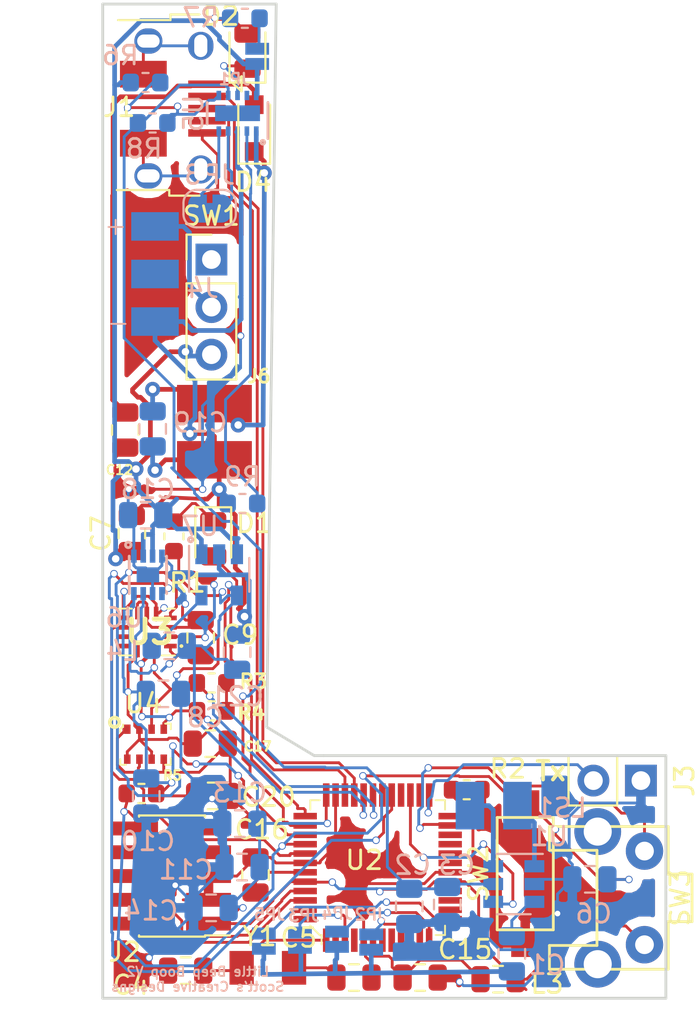
<source format=kicad_pcb>
(kicad_pcb (version 20171130) (host pcbnew "(5.0.1)-rc2")
  (layers (0 F.Cu signal) (31 B.Cu signal) (34 B.Paste user) (35 F.Paste user) (36 B.SilkS user) (37 F.SilkS user) (38 B.Mask user) (39 F.Mask user) (44 Edge.Cuts user))
  (net 0 "")
  (net 1 "Net-(C1-Pad2)")
  (net 2 Audio)
  (net 3 BattRtn)
  (net 4 Vdd)
  (net 5 "Net-(C4-Pad2)")
  (net 6 "Net-(C5-Pad2)")
  (net 7 USB_PWR)
  (net 8 /BatteryManagement/Solar+)
  (net 9 LED1_P2)
  (net 10 "Net-(D1-Pad1)")
  (net 11 "Net-(D2-Pad1)")
  (net 12 "Net-(D2-Pad2)")
  (net 13 "Net-(J1-Pad6)")
  (net 14 "Net-(J1-Pad4)")
  (net 15 Fun_Btn_1_P23)
  (net 16 /SWDIO)
  (net 17 /SWDCLK)
  (net 18 /SWO)
  (net 19 /RESET)
  (net 20 /BatteryManagement/Batt_int)
  (net 21 "Net-(JP1-Pad2)")
  (net 22 "Net-(LS1-Pad1)")
  (net 23 "Net-(LS1-Pad2)")
  (net 24 SDA)
  (net 25 SCL)
  (net 26 "Net-(R9-Pad1)")
  (net 27 "Net-(SW1-Pad1)")
  (net 28 Shutdown)
  (net 29 "Net-(U2-Pad28)")
  (net 30 ALRT)
  (net 31 "Net-(U2-Pad20)")
  (net 32 "Net-(U2-Pad16)")
  (net 33 "Net-(U2-Pad14)")
  (net 34 "Net-(U2-Pad4)")
  (net 35 BATT_ALRT)
  (net 36 "Net-(U3-Pad10)")
  (net 37 "Net-(U3-Pad11)")
  (net 38 "Net-(U2-Pad15)")
  (net 39 "Net-(U2-Pad8)")
  (net 40 "Net-(U2-Pad7)")
  (net 41 IMU_INT)
  (net 42 BattPwr)
  (net 43 "Net-(L4-Pad1)")
  (net 44 /VDDANA)
  (net 45 /VDDCORE)
  (net 46 "Net-(J2-Pad7)")
  (net 47 "Net-(J2-Pad8)")
  (net 48 "Net-(J2-Pad9)")
  (net 49 "Net-(JP3-Pad2)")
  (net 50 "Net-(JP4-Pad2)")
  (net 51 "Net-(U2-Pad9)")
  (net 52 "Net-(U2-Pad10)")
  (net 53 "Net-(U2-Pad21)")
  (net 54 "Net-(U2-Pad24)")
  (net 55 "Net-(U2-Pad26)")
  (net 56 "Net-(U2-Pad30)")
  (net 57 "Net-(U2-Pad47)")
  (net 58 "Net-(U5-Pad9)")
  (net 59 /BatteryManagement/Batt-)
  (net 60 /USB_DP)
  (net 61 /USB_DM)
  (net 62 "Net-(JP2-Pad2)")
  (net 63 "Net-(JP5-Pad2)")
  (net 64 "Net-(R6-Pad2)")
  (net 65 CHRG_EN)
  (net 66 "Net-(U2-Pad48)")
  (net 67 "Net-(U2-Pad19)")
  (net 68 "Net-(J3-Pad2)")
  (net 69 "Net-(J4-Pad2)")
  (net 70 "Net-(JP8-Pad1)")
  (net 71 "Net-(JP8-Pad2)")
  (net 72 IMU_INT2)
  (module Package_TO_SOT_SMD:SOT-23-5 (layer B.Cu) (at 163.068 117.348 270)
    (fp_text reference U7 (at -2.60096 1.03124) (layer B.SilkS) (effects (justify mirror)))
    (fp_text value LM3671)
    (pad 5 smd rect (at 1.1 0.95 270) (size 1.06 0.65) (layers B.Cu B.Paste B.Mask) (net 43 "Net-(L4-Pad1)"))
    (pad 4 smd rect (at 1.1 -0.95 270) (size 1.06 0.65) (layers B.Cu B.Paste B.Mask) (net 4 Vdd))
    (pad 3 smd rect (at -1.1 -0.95 270) (size 1.06 0.65) (layers B.Cu B.Paste B.Mask) (net 42 BattPwr))
    (pad 2 smd rect (at -1.1 0 270) (size 1.06 0.65) (layers B.Cu B.Paste B.Mask) (net 59 /BatteryManagement/Batt-))
    (pad 1 smd rect (at -1.1 0.95 270) (size 1.06 0.65) (layers B.Cu B.Paste B.Mask) (net 42 BattPwr))
  )
  (module CustomFP:USB_Micro-B_Adafruit (layer F.Cu) (at 160.4 91.6 270)
    (fp_text reference J1 (at 0.775 2.675) (layer F.SilkS))
    (fp_text value USB_B_Micro)
    (pad "" np_thru_hole circle (at 2.795 -0.785) (size 0.85 0.85) (drill 0.85) (layers *.Cu *.Mask))
    (pad "" np_thru_hole circle (at -1.105 -0.785) (size 0.85 0.85) (drill 0.85) (layers *.Cu *.Mask))
    (pad 6 thru_hole oval (at 4.1 -1.685 270) (size 1.5 1.35) (drill oval 1.2 0.7) (layers *.Cu *.Mask) (net 13 "Net-(J1-Pad6)"))
    (pad 6 thru_hole oval (at -2.5 -1.685 270) (size 1.5 1.35) (drill oval 1.2 0.7) (layers *.Cu *.Mask) (net 13 "Net-(J1-Pad6)"))
    (pad 6 smd rect (at 2.7 1.385) (size 2.5 1.43) (layers F.Cu F.Paste F.Mask) (net 13 "Net-(J1-Pad6)"))
    (pad 6 thru_hole oval (at 4.445 1.115) (size 1.5 1.35) (drill oval 1.2 0.7) (layers *.Cu *.Mask) (net 13 "Net-(J1-Pad6)"))
    (pad 1 smd rect (at -0.45 -2.015) (size 2 0.4) (layers F.Cu F.Paste F.Mask) (net 7 USB_PWR))
    (pad 2 smd rect (at 0.2 -2.015) (size 2 0.4) (layers F.Cu F.Paste F.Mask) (net 61 /USB_DM))
    (pad 3 smd rect (at 0.85 -2.015) (size 2 0.4) (layers F.Cu F.Paste F.Mask) (net 60 /USB_DP))
    (pad 4 smd rect (at 1.5 -2.015) (size 2 0.4) (layers F.Cu F.Paste F.Mask) (net 14 "Net-(J1-Pad4)"))
    (pad 5 smd rect (at 2.15 -2.015) (size 2 0.4) (layers F.Cu F.Paste F.Mask) (net 3 BattRtn))
    (pad 6 thru_hole oval (at -2.755 1.115) (size 1.5 1.35) (drill oval 1.2 0.7) (layers *.Cu *.Mask) (net 13 "Net-(J1-Pad6)"))
    (pad 6 smd rect (at -0.985 1.385) (size 2.5 1.43) (layers F.Cu F.Paste F.Mask) (net 13 "Net-(J1-Pad6)"))
  )
  (module Capacitor_SMD:C_0805_2012Metric (layer F.Cu) (at 162.72 129.15)
    (fp_text reference C20 (at 2.99 0.06) (layer F.SilkS))
    (fp_text value 100nF)
    (pad 1 smd roundrect (at -0.9375 0) (size 0.975 1.4) (layers F.Cu F.Paste F.Mask) (net 4 Vdd))
    (pad 2 smd roundrect (at 0.9375 0) (size 0.975 1.4) (layers F.Cu F.Paste F.Mask) (net 3 BattRtn))
  )
  (module Capacitor_SMD:C_0805_2012Metric (layer B.Cu) (at 162.6385 135.128 180)
    (fp_text reference C14 (at 3.2215 -0.152 180) (layer B.SilkS) (effects (justify mirror)))
    (fp_text value 82n)
    (pad 1 smd roundrect (at -0.9375 0 180) (size 0.975 1.4) (layers B.Cu B.Paste B.Mask) (net 4 Vdd))
    (pad 2 smd roundrect (at 0.9375 0 180) (size 0.975 1.4) (layers B.Cu B.Paste B.Mask) (net 3 BattRtn))
  )
  (module Connector_PinHeader_2.54mm:PinHeader_1x03_P2.54mm_Vertical (layer F.Cu) (at 162.65398 100.51034)
    (fp_text reference SW1 (at 0 -2.33) (layer F.SilkS))
    (fp_text value SW_SPDT)
    (pad 1 thru_hole rect (at 0 0) (size 1.7 1.7) (drill 1) (layers *.Cu *.Mask) (net 27 "Net-(SW1-Pad1)"))
    (pad 2 thru_hole oval (at 0 2.54) (size 1.7 1.7) (drill 1) (layers *.Cu *.Mask) (net 20 /BatteryManagement/Batt_int))
    (pad 3 thru_hole oval (at 0 5.08) (size 1.7 1.7) (drill 1) (layers *.Cu *.Mask) (net 42 BattPwr))
  )
  (module Capacitor_SMD:C_0805_2012Metric (layer F.Cu) (at 170.2725 138.85 180)
    (fp_text reference C5 (at 2.95 2.12) (layer F.SilkS))
    (fp_text value C)
    (pad 1 smd roundrect (at -0.9375 0 180) (size 0.975 1.4) (layers F.Cu F.Paste F.Mask) (net 3 BattRtn))
    (pad 2 smd roundrect (at 0.9375 0 180) (size 0.975 1.4) (layers F.Cu F.Paste F.Mask) (net 6 "Net-(C5-Pad2)"))
  )
  (module Capacitor_SMD:C_0805_2012Metric (layer B.Cu) (at 178.71 137.5825 90)
    (fp_text reference C1 (at -0.5935 1.884 180) (layer B.SilkS) (effects (justify mirror)))
    (fp_text value C)
    (pad 2 smd roundrect (at 0.9375 0 90) (size 0.975 1.4) (layers B.Cu B.Paste B.Mask) (net 1 "Net-(C1-Pad2)"))
    (pad 1 smd roundrect (at -0.9375 0 90) (size 0.975 1.4) (layers B.Cu B.Paste B.Mask) (net 2 Audio))
  )
  (module Capacitor_SMD:C_0805_2012Metric (layer B.Cu) (at 173.228 135.0495 270)
    (fp_text reference C2 (at -2.2075 -0.175) (layer B.SilkS) (effects (justify mirror)))
    (fp_text value C)
    (pad 2 smd roundrect (at 0.9375 0 270) (size 0.975 1.4) (layers B.Cu B.Paste B.Mask) (net 3 BattRtn))
    (pad 1 smd roundrect (at -0.9375 0 270) (size 0.975 1.4) (layers B.Cu B.Paste B.Mask) (net 4 Vdd))
  )
  (module Capacitor_SMD:C_0805_2012Metric (layer B.Cu) (at 175.26 134.9525 270)
    (fp_text reference C3 (at -2.1105 -0.508) (layer B.SilkS) (effects (justify mirror)))
    (fp_text value C)
    (pad 1 smd roundrect (at -0.9375 0 270) (size 0.975 1.4) (layers B.Cu B.Paste B.Mask) (net 4 Vdd))
    (pad 2 smd roundrect (at 0.9375 0 270) (size 0.975 1.4) (layers B.Cu B.Paste B.Mask) (net 3 BattRtn))
  )
  (module Capacitor_SMD:C_0805_2012Metric (layer F.Cu) (at 161.2775 138.48)
    (fp_text reference C4 (at -2.9275 0.77) (layer F.SilkS))
    (fp_text value C)
    (pad 2 smd roundrect (at 0.9375 0) (size 0.975 1.4) (layers F.Cu F.Paste F.Mask) (net 5 "Net-(C4-Pad2)"))
    (pad 1 smd roundrect (at -0.9375 0) (size 0.975 1.4) (layers F.Cu F.Paste F.Mask) (net 3 BattRtn))
  )
  (module Capacitor_SMD:C_0805_2012Metric (layer B.Cu) (at 159.17 129.1525 270)
    (fp_text reference C10 (at 2.4195 -0.088) (layer B.SilkS) (effects (justify mirror)))
    (fp_text value 82n)
    (pad 2 smd roundrect (at 0.9375 0 270) (size 0.975 1.4) (layers B.Cu B.Paste B.Mask) (net 3 BattRtn))
    (pad 1 smd roundrect (at -0.9375 0 270) (size 0.975 1.4) (layers B.Cu B.Paste B.Mask) (net 4 Vdd))
  )
  (module Capacitor_SMD:C_0805_2012Metric (layer B.Cu) (at 164.2925 132.95 180)
    (fp_text reference C11 (at 3.0025 -0.146 180) (layer B.SilkS) (effects (justify mirror)))
    (fp_text value 2.2u)
    (pad 1 smd roundrect (at -0.9375 0 180) (size 0.975 1.4) (layers B.Cu B.Paste B.Mask) (net 4 Vdd))
    (pad 2 smd roundrect (at 0.9375 0 180) (size 0.975 1.4) (layers B.Cu B.Paste B.Mask) (net 3 BattRtn))
  )
  (module Capacitor_SMD:C_0805_2012Metric (layer F.Cu) (at 158.0515 109.616 90)
    (fp_text reference C12 (at -2.12876 -0.30734 180) (layer F.SilkS) (effects (font (size 0.5 0.5) (thickness 0.1))))
    (fp_text value 100nF)
    (pad 1 smd roundrect (at -0.9375 0 90) (size 0.975 1.4) (layers F.Cu F.Paste F.Mask) (net 3 BattRtn))
    (pad 2 smd roundrect (at 0.9375 0 90) (size 0.975 1.4) (layers F.Cu F.Paste F.Mask) (net 7 USB_PWR))
  )
  (module Capacitor_SMD:C_0805_2012Metric (layer B.Cu) (at 164.1725 130.63 180)
    (fp_text reference C13 (at 0 1.65 180) (layer B.SilkS) (effects (justify mirror)))
    (fp_text value 82n)
    (pad 2 smd roundrect (at 0.9375 0 180) (size 0.975 1.4) (layers B.Cu B.Paste B.Mask) (net 3 BattRtn))
    (pad 1 smd roundrect (at -0.9375 0 180) (size 0.975 1.4) (layers B.Cu B.Paste B.Mask) (net 4 Vdd))
  )
  (module Capacitor_SMD:C_0805_2012Metric (layer F.Cu) (at 173.81 138.85)
    (fp_text reference C15 (at 2.4025 -1.4995) (layer F.SilkS))
    (fp_text value 82n)
    (pad 2 smd roundrect (at 0.9375 0) (size 0.975 1.4) (layers F.Cu F.Paste F.Mask) (net 3 BattRtn))
    (pad 1 smd roundrect (at -0.9375 0) (size 0.975 1.4) (layers F.Cu F.Paste F.Mask) (net 44 /VDDANA))
  )
  (module Capacitor_SMD:C_0805_2012Metric (layer F.Cu) (at 165.01 133.3725 90)
    (fp_text reference C16 (at 2.4225 0.34 180) (layer F.SilkS))
    (fp_text value 82n)
    (pad 1 smd roundrect (at -0.9375 0 90) (size 0.975 1.4) (layers F.Cu F.Paste F.Mask) (net 45 /VDDCORE))
    (pad 2 smd roundrect (at 0.9375 0 90) (size 0.975 1.4) (layers F.Cu F.Paste F.Mask) (net 3 BattRtn))
  )
  (module Capacitor_SMD:C_0805_2012Metric (layer B.Cu) (at 159.1425 114.16)
    (fp_text reference C18 (at 0.1155 -1.384) (layer B.SilkS) (effects (justify mirror)))
    (fp_text value 0.1uF)
    (pad 2 smd roundrect (at 0.9375 0) (size 0.975 1.4) (layers B.Cu B.Paste B.Mask) (net 42 BattPwr))
    (pad 1 smd roundrect (at -0.9375 0) (size 0.975 1.4) (layers B.Cu B.Paste B.Mask) (net 3 BattRtn))
  )
  (module Capacitor_SMD:C_0805_2012Metric (layer B.Cu) (at 159.512 109.5525 270)
    (fp_text reference C19 (at -0.3325 -2.54) (layer B.SilkS) (effects (justify mirror)))
    (fp_text value 0.1uF)
    (pad 1 smd roundrect (at -0.9375 0 270) (size 0.975 1.4) (layers B.Cu B.Paste B.Mask) (net 8 /BatteryManagement/Solar+))
    (pad 2 smd roundrect (at 0.9375 0 270) (size 0.975 1.4) (layers B.Cu B.Paste B.Mask) (net 59 /BatteryManagement/Batt-))
  )
  (module LED_SMD:LED_0805_2012Metric (layer F.Cu) (at 162.7505 115.4225 270)
    (fp_text reference D1 (at -0.83294 -2.19964) (layer F.SilkS))
    (fp_text value LED_B)
    (pad 2 smd roundrect (at 0.9375 0 270) (size 0.975 1.4) (layers F.Cu F.Paste F.Mask) (net 9 LED1_P2))
    (pad 1 smd roundrect (at -0.9375 0 270) (size 0.975 1.4) (layers F.Cu F.Paste F.Mask) (net 10 "Net-(D1-Pad1)"))
  )
  (module LED_SMD:LED_0805_2012Metric (layer F.Cu) (at 164.58 89.3825 90)
    (fp_text reference D2 (at 1.88204 -1.41802 180) (layer F.SilkS))
    (fp_text value LED)
    (pad 1 smd roundrect (at -0.9375 0 90) (size 0.975 1.4) (layers F.Cu F.Paste F.Mask) (net 11 "Net-(D2-Pad1)"))
    (pad 2 smd roundrect (at 0.9375 0 90) (size 0.975 1.4) (layers F.Cu F.Paste F.Mask) (net 12 "Net-(D2-Pad2)"))
  )
  (module Jumpers:SMT-JUMPER_2_NO_NO-SILK (layer B.Cu) (at 165.1 89.662 90)
    (fp_text reference JP1 (at -1.2192 -1.2192 180) (layer B.SilkS) (effects (font (size 0.6096 0.6096) (thickness 0.127)) (justify mirror)))
    (fp_text value J_NO hide)
    (pad 2 smd rect (at 0.4064 0 90) (size 0.635 1.27) (layers B.Cu B.Mask) (net 21 "Net-(JP1-Pad2)"))
    (pad 1 smd rect (at -0.4064 0 90) (size 0.635 1.27) (layers B.Cu B.Mask) (net 42 BattPwr))
  )
  (module Resistor_SMD:R_0603_1608Metric (layer F.Cu) (at 160.65 115.2925 270)
    (fp_text reference R1 (at 2.48222 -0.72128) (layer F.SilkS))
    (fp_text value 5.6)
    (pad 1 smd roundrect (at -0.7875 0 270) (size 0.875 0.95) (layers F.Cu F.Paste F.Mask) (net 10 "Net-(D1-Pad1)"))
    (pad 2 smd roundrect (at 0.7875 0 270) (size 0.875 0.95) (layers F.Cu F.Paste F.Mask) (net 4 Vdd))
  )
  (module Resistor_SMD:R_0603_1608Metric (layer F.Cu) (at 176.2975 128.82)
    (fp_text reference R2 (at 2.201 -1.1215) (layer F.SilkS))
    (fp_text value 10k)
    (pad 2 smd roundrect (at 0.7875 0) (size 0.875 0.95) (layers F.Cu F.Paste F.Mask) (net 3 BattRtn))
    (pad 1 smd roundrect (at -0.7875 0) (size 0.875 0.95) (layers F.Cu F.Paste F.Mask) (net 15 Fun_Btn_1_P23))
  )
  (module Resistor_SMD:R_0603_1608Metric (layer F.Cu) (at 162.6625 123.12 180)
    (fp_text reference R3 (at -2.2343 0.0824 180) (layer F.SilkS) (effects (font (size 0.75 0.75))))
    (fp_text value R)
    (pad 1 smd roundrect (at -0.7875 0 180) (size 0.875 0.95) (layers F.Cu F.Paste F.Mask) (net 4 Vdd))
    (pad 2 smd roundrect (at 0.7875 0 180) (size 0.875 0.95) (layers F.Cu F.Paste F.Mask) (net 24 SDA))
  )
  (module Resistor_SMD:R_0603_1608Metric (layer F.Cu) (at 162.6725 124.61 180)
    (fp_text reference R4 (at -2.11 -0.104 180) (layer F.SilkS) (effects (font (size 0.74 0.74) (thickness 0.185))))
    (fp_text value R)
    (pad 2 smd roundrect (at 0.7875 0 180) (size 0.875 0.95) (layers F.Cu F.Paste F.Mask) (net 25 SCL))
    (pad 1 smd roundrect (at -0.7875 0 180) (size 0.875 0.95) (layers F.Cu F.Paste F.Mask) (net 4 Vdd))
  )
  (module Resistor_SMD:R_0603_1608Metric (layer B.Cu) (at 164.4395 87.63 180)
    (fp_text reference R7 (at 2.358 0.036 180) (layer B.SilkS) (effects (justify mirror)))
    (fp_text value 330)
    (pad 1 smd roundrect (at -0.7875 0 180) (size 0.875 0.95) (layers B.Cu B.Paste B.Mask) (net 21 "Net-(JP1-Pad2)"))
    (pad 2 smd roundrect (at 0.7875 0 180) (size 0.875 0.95) (layers B.Cu B.Paste B.Mask) (net 12 "Net-(D2-Pad2)"))
  )
  (module Resistor_SMD:R_0603_1608Metric (layer B.Cu) (at 164.3125 113.538 180)
    (fp_text reference R9 (at 0 1.43 180) (layer B.SilkS) (effects (justify mirror)))
    (fp_text value 750)
    (pad 2 smd roundrect (at 0.7875 0 180) (size 0.875 0.95) (layers B.Cu B.Paste B.Mask) (net 59 /BatteryManagement/Batt-))
    (pad 1 smd roundrect (at -0.7875 0 180) (size 0.875 0.95) (layers B.Cu B.Paste B.Mask) (net 26 "Net-(R9-Pad1)"))
  )
  (module Package_TO_SOT_SMD:SOT-23-6 (layer B.Cu) (at 178.816 133.858 180)
    (fp_text reference U1 (at -1.89484 2.54508 180) (layer B.SilkS) (effects (justify mirror)))
    (fp_text value PAM8301)
    (pad 1 smd rect (at -1.1 0.95 180) (size 1.06 0.65) (layers B.Cu B.Paste B.Mask) (net 23 "Net-(LS1-Pad2)"))
    (pad 2 smd rect (at -1.1 0 180) (size 1.06 0.65) (layers B.Cu B.Paste B.Mask) (net 3 BattRtn))
    (pad 3 smd rect (at -1.1 -0.95 180) (size 1.06 0.65) (layers B.Cu B.Paste B.Mask) (net 1 "Net-(C1-Pad2)"))
    (pad 4 smd rect (at 1.1 -0.95 180) (size 1.06 0.65) (layers B.Cu B.Paste B.Mask) (net 28 Shutdown))
    (pad 6 smd rect (at 1.1 0.95 180) (size 1.06 0.65) (layers B.Cu B.Paste B.Mask) (net 22 "Net-(LS1-Pad1)"))
    (pad 5 smd rect (at 1.1 0 180) (size 1.06 0.65) (layers B.Cu B.Paste B.Mask) (net 4 Vdd))
  )
  (module CustomFP:TQFN-8_2x2x0.75 (layer B.Cu) (at 158.258 116.348 270)
    (fp_text reference U6 (at 3.286 0.27 180) (layer B.SilkS) (effects (justify mirror)))
    (fp_text value MAX17048)
    (pad 4 smd rect (at 0 -1.75 180) (size 0.3 0.7) (layers B.Cu B.Paste B.Mask) (net 3 BattRtn))
    (pad 3 smd rect (at 0 -1.25 180) (size 0.3 0.7) (layers B.Cu B.Paste B.Mask) (net 42 BattPwr))
    (pad 2 smd rect (at 0 -0.75 180) (size 0.3 0.7) (layers B.Cu B.Paste B.Mask) (net 42 BattPwr))
    (pad 1 smd rect (at 0 -0.25 180) (size 0.3 0.7) (layers B.Cu B.Paste B.Mask) (net 3 BattRtn))
    (pad 8 smd rect (at 2 -0.25 180) (size 0.3 0.7) (layers B.Cu B.Paste B.Mask) (net 24 SDA))
    (pad 7 smd rect (at 2 -0.75 180) (size 0.3 0.7) (layers B.Cu B.Paste B.Mask) (net 25 SCL))
    (pad 6 smd rect (at 2 -1.25 180) (size 0.3 0.7) (layers B.Cu B.Paste B.Mask) (net 3 BattRtn))
    (pad 5 smd rect (at 2 -1.75 180) (size 0.3 0.7) (layers B.Cu B.Paste B.Mask) (net 35 BATT_ALRT))
    (pad 9 smd rect (at 1 -1 180) (size 1.2 0.8) (layers B.Cu B.Paste B.Mask) (net 3 BattRtn))
  )
  (module CustomFP:SMD_3Pin_2.54mm (layer B.Cu) (at 159.639 103.8225 90)
    (fp_text reference J4 (at 1.778 2.54 180) (layer B.SilkS) (effects (justify mirror)))
    (fp_text value Conn_01x03)
    (pad 3 smd rect (at 5.08 0 90) (size 1.524 2.54) (layers B.Cu B.Paste B.Mask) (net 20 /BatteryManagement/Batt_int))
    (pad 2 smd rect (at 2.54 0 90) (size 1.524 2.54) (layers B.Cu B.Paste B.Mask) (net 69 "Net-(J4-Pad2)"))
    (pad 1 smd rect (at 0 0 90) (size 1.524 2.54) (layers B.Cu B.Paste B.Mask) (net 59 /BatteryManagement/Batt-))
  )
  (module kicad-open-modules:2_PIN_SMD (layer F.Cu) (at 162.814 109.704)
    (fp_text reference J6 (at 2.38252 -2.9605) (layer F.SilkS) (effects (font (size 0.7 0.7) (thickness 0.1524))))
    (fp_text value Conn_01x02 hide)
    (pad 2 smd rect (at 0 1.5) (size 4 2) (layers F.Cu F.Paste F.Mask) (net 59 /BatteryManagement/Batt-))
    (pad 1 smd rect (at 0 -1.5) (size 4 2) (layers F.Cu F.Paste F.Mask) (net 8 /BatteryManagement/Solar+))
  )
  (module Capacitor_SMD:C_0805_2012Metric (layer B.Cu) (at 160.0875 123.7)
    (fp_text reference C8 (at 2.23628 1.268) (layer B.SilkS) (effects (justify mirror)))
    (fp_text value 100nF)
    (pad 2 smd roundrect (at 0.9375 0) (size 0.975 1.4) (layers B.Cu B.Paste B.Mask) (net 3 BattRtn))
    (pad 1 smd roundrect (at -0.9375 0) (size 0.975 1.4) (layers B.Cu B.Paste B.Mask) (net 4 Vdd))
  )
  (module Capacitor_SMD:C_0805_2012Metric (layer F.Cu) (at 162.08 120.7025 90)
    (fp_text reference C9 (at 0.1425 2.11 180) (layer F.SilkS))
    (fp_text value 100nF)
    (pad 1 smd roundrect (at -0.9375 0 90) (size 0.975 1.4) (layers F.Cu F.Paste F.Mask) (net 4 Vdd))
    (pad 2 smd roundrect (at 0.9375 0 90) (size 0.975 1.4) (layers F.Cu F.Paste F.Mask) (net 3 BattRtn))
  )
  (module CustomFP:CMS-151125-078X (layer B.Cu) (at 176.47 129.67)
    (fp_text reference LS1 (at 4.886 0.124) (layer B.SilkS) (effects (justify mirror)))
    (fp_text value Speaker)
    (pad 1 smd rect (at 0 0) (size 1.524 2.54) (layers B.Cu B.Paste B.Mask) (net 22 "Net-(LS1-Pad1)"))
    (pad 2 smd rect (at 2.54 0) (size 1.524 2.54) (layers B.Cu B.Paste B.Mask) (net 23 "Net-(LS1-Pad2)"))
  )
  (module Capacitor_SMD:C_0805_2012Metric (layer F.Cu) (at 162.5925 126.36)
    (fp_text reference C17 (at 2.5375 0.15) (layer F.SilkS) (effects (font (size 0.5 0.5) (thickness 0.125))))
    (fp_text value 100nF)
    (pad 2 smd roundrect (at 0.9375 0) (size 0.975 1.4) (layers F.Cu F.Paste F.Mask) (net 3 BattRtn))
    (pad 1 smd roundrect (at -0.9375 0) (size 0.975 1.4) (layers F.Cu F.Paste F.Mask) (net 4 Vdd))
  )
  (module digikey-footprints:LGA-8_2x2.5mm_BMP280 (layer F.Cu) (at 159.131 126.39 90)
    (fp_text reference U4 (at 2.18 -0.11 180) (layer F.SilkS))
    (fp_text value BMP280)
    (pad 1 smd rect (at 0.8 -0.975 90) (size 0.5 0.35) (layers F.Cu F.Paste F.Mask) (net 3 BattRtn))
    (pad 2 smd rect (at 0.8 -0.325 90) (size 0.5 0.35) (layers F.Cu F.Paste F.Mask) (net 4 Vdd))
    (pad 3 smd rect (at 0.8 0.325 90) (size 0.5 0.35) (layers F.Cu F.Paste F.Mask) (net 24 SDA))
    (pad 4 smd rect (at 0.8 0.975 90) (size 0.5 0.35) (layers F.Cu F.Paste F.Mask) (net 25 SCL))
    (pad 5 smd rect (at -0.8 0.975 90) (size 0.5 0.35) (layers F.Cu F.Paste F.Mask) (net 3 BattRtn))
    (pad 6 smd rect (at -0.8 0.325 90) (size 0.5 0.35) (layers F.Cu F.Paste F.Mask) (net 4 Vdd))
    (pad 7 smd rect (at -0.8 -0.325 90) (size 0.5 0.35) (layers F.Cu F.Paste F.Mask) (net 3 BattRtn))
    (pad 8 smd rect (at -0.8 -0.975 90) (size 0.5 0.35) (layers F.Cu F.Paste F.Mask) (net 4 Vdd))
  )
  (module Capacitor_SMD:C_0805_2012Metric (layer B.Cu) (at 164.02812 121.47574 90)
    (fp_text reference C21 (at -2.37212 -0.01524 180) (layer B.SilkS) (effects (justify mirror)))
    (fp_text value C)
    (pad 1 smd roundrect (at -0.9375 0 90) (size 0.975 1.4) (layers B.Cu B.Paste B.Mask) (net 4 Vdd))
    (pad 2 smd roundrect (at 0.9375 0 90) (size 0.975 1.4) (layers B.Cu B.Paste B.Mask) (net 59 /BatteryManagement/Batt-))
  )
  (module Inductor_SMD:L_0805_2012Metric (layer B.Cu) (at 160.40076 121.13514)
    (fp_text reference L4 (at -2.506 0.282) (layer B.SilkS) (effects (justify mirror)))
    (fp_text value INDUCTOR)
    (pad 1 smd roundrect (at -0.9375 0) (size 0.975 1.4) (layers B.Cu B.Paste B.Mask) (net 43 "Net-(L4-Pad1)"))
    (pad 2 smd roundrect (at 0.9375 0) (size 0.975 1.4) (layers B.Cu B.Paste B.Mask) (net 4 Vdd))
  )
  (module Diode_SMD:D_SOD-323_HandSoldering (layer F.Cu) (at 164.94 93.492 90)
    (fp_text reference D4 (at -2.88322 -0.06352 180) (layer F.SilkS))
    (fp_text value D)
    (pad 1 smd rect (at -1.25 0 90) (size 1 1) (layers F.Cu F.Paste F.Mask) (net 8 /BatteryManagement/Solar+))
    (pad 2 smd rect (at 1.25 0 90) (size 1 1) (layers F.Cu F.Paste F.Mask) (net 7 USB_PWR))
  )
  (module Connector_PinHeader_1.27mm:PinHeader_2x05_P1.27mm_Vertical_SMD (layer F.Cu) (at 160.55 133.43 180)
    (fp_text reference J2 (at 2.53 -4.06 180) (layer F.SilkS))
    (fp_text value Conn_ARM_JTAG_SWD_10)
    (pad 1 smd rect (at -1.95 -2.54 180) (size 2.4 0.74) (layers F.Cu F.Paste F.Mask) (net 4 Vdd))
    (pad 2 smd rect (at 1.95 -2.54 180) (size 2.4 0.74) (layers F.Cu F.Paste F.Mask) (net 16 /SWDIO))
    (pad 3 smd rect (at -1.95 -1.27 180) (size 2.4 0.74) (layers F.Cu F.Paste F.Mask) (net 3 BattRtn))
    (pad 4 smd rect (at 1.95 -1.27 180) (size 2.4 0.74) (layers F.Cu F.Paste F.Mask) (net 17 /SWDCLK))
    (pad 5 smd rect (at -1.95 0 180) (size 2.4 0.74) (layers F.Cu F.Paste F.Mask) (net 3 BattRtn))
    (pad 6 smd rect (at 1.95 0 180) (size 2.4 0.74) (layers F.Cu F.Paste F.Mask) (net 18 /SWO))
    (pad 7 smd rect (at -1.95 1.27 180) (size 2.4 0.74) (layers F.Cu F.Paste F.Mask) (net 46 "Net-(J2-Pad7)"))
    (pad 8 smd rect (at 1.95 1.27 180) (size 2.4 0.74) (layers F.Cu F.Paste F.Mask) (net 47 "Net-(J2-Pad8)"))
    (pad 9 smd rect (at -1.95 2.54 180) (size 2.4 0.74) (layers F.Cu F.Paste F.Mask) (net 48 "Net-(J2-Pad9)"))
    (pad 10 smd rect (at 1.95 2.54 180) (size 2.4 0.74) (layers F.Cu F.Paste F.Mask) (net 19 /RESET))
  )
  (module Jumpers:SMT-JUMPER_2_NO_NO-SILK (layer B.Cu) (at 167.386 136.8552 90)
    (fp_text reference JP3 (at 1.3208 0.2032 180) (layer B.SilkS) (effects (font (size 0.6096 0.6096) (thickness 0.127)) (justify mirror)))
    (fp_text value Jmp_NO hide)
    (pad 1 smd rect (at -0.4064 0 90) (size 0.635 1.27) (layers B.Cu B.Mask) (net 2 Audio))
    (pad 2 smd rect (at 0.4064 0 90) (size 0.635 1.27) (layers B.Cu B.Mask) (net 49 "Net-(JP3-Pad2)"))
  )
  (module Jumpers:SMT-JUMPER_2_NO_NO-SILK (layer B.Cu) (at 169.3672 136.8044 90)
    (fp_text reference JP4 (at 1.3716 0 180) (layer B.SilkS) (effects (font (size 0.6096 0.6096) (thickness 0.127)) (justify mirror)))
    (fp_text value Jmp_NO hide)
    (pad 2 smd rect (at 0.4064 0 90) (size 0.635 1.27) (layers B.Cu B.Mask) (net 50 "Net-(JP4-Pad2)"))
    (pad 1 smd rect (at -0.4064 0 90) (size 0.635 1.27) (layers B.Cu B.Mask) (net 2 Audio))
  )
  (module Resistor_SMD:R_0603_1608Metric (layer F.Cu) (at 158.9125 129.02)
    (fp_text reference R5 (at 1.6575 -0.96) (layer F.SilkS) (effects (font (size 0.5 0.5) (thickness 0.125))))
    (fp_text value 10k)
    (pad 1 smd roundrect (at -0.7875 0) (size 0.875 0.95) (layers F.Cu F.Paste F.Mask) (net 19 /RESET))
    (pad 2 smd roundrect (at 0.7875 0) (size 0.875 0.95) (layers F.Cu F.Paste F.Mask) (net 4 Vdd))
  )
  (module digikey-footprints:TQFP-48_7x7mm (layer F.Cu) (at 171.54 132.98 90)
    (fp_text reference U2 (at 0.4 -0.72 180) (layer F.SilkS))
    (fp_text value ATSAMD21G18A-AUT)
    (pad 6 smd rect (at -3.875 -0.25 90) (size 1.25 0.35) (layers F.Cu F.Paste F.Mask) (net 44 /VDDANA))
    (pad 5 smd rect (at -3.875 -0.75 90) (size 1.25 0.35) (layers F.Cu F.Paste F.Mask) (net 3 BattRtn))
    (pad 4 smd rect (at -3.875 -1.25 90) (size 1.25 0.35) (layers F.Cu F.Paste F.Mask) (net 34 "Net-(U2-Pad4)"))
    (pad 3 smd rect (at -3.875 -1.75 90) (size 1.25 0.35) (layers F.Cu F.Paste F.Mask) (net 49 "Net-(JP3-Pad2)"))
    (pad 2 smd rect (at -3.875 -2.25 90) (size 1.25 0.35) (layers F.Cu F.Paste F.Mask) (net 6 "Net-(C5-Pad2)"))
    (pad 1 smd rect (at -3.875 -2.75 90) (size 1.25 0.35) (layers F.Cu F.Paste F.Mask) (net 5 "Net-(C4-Pad2)"))
    (pad 7 smd rect (at -3.875 0.25 90) (size 1.25 0.35) (layers F.Cu F.Paste F.Mask) (net 40 "Net-(U2-Pad7)"))
    (pad 8 smd rect (at -3.875 0.75 90) (size 1.25 0.35) (layers F.Cu F.Paste F.Mask) (net 39 "Net-(U2-Pad8)"))
    (pad 9 smd rect (at -3.875 1.25 90) (size 1.25 0.35) (layers F.Cu F.Paste F.Mask) (net 51 "Net-(U2-Pad9)"))
    (pad 10 smd rect (at -3.875 1.75 90) (size 1.25 0.35) (layers F.Cu F.Paste F.Mask) (net 52 "Net-(U2-Pad10)"))
    (pad 11 smd rect (at -3.875 2.25 90) (size 1.25 0.35) (layers F.Cu F.Paste F.Mask) (net 62 "Net-(JP2-Pad2)"))
    (pad 12 smd rect (at -3.875 2.75 90) (size 1.25 0.35) (layers F.Cu F.Paste F.Mask) (net 50 "Net-(JP4-Pad2)"))
    (pad 18 smd rect (at -0.25 3.875 90) (size 0.35 1.25) (layers F.Cu F.Paste F.Mask) (net 3 BattRtn))
    (pad 17 smd rect (at -0.75 3.875 90) (size 0.35 1.25) (layers F.Cu F.Paste F.Mask) (net 4 Vdd))
    (pad 16 smd rect (at -1.25 3.875 90) (size 0.35 1.25) (layers F.Cu F.Paste F.Mask) (net 32 "Net-(U2-Pad16)"))
    (pad 15 smd rect (at -1.75 3.875 90) (size 0.35 1.25) (layers F.Cu F.Paste F.Mask) (net 38 "Net-(U2-Pad15)"))
    (pad 14 smd rect (at -2.25 3.875 90) (size 0.35 1.25) (layers F.Cu F.Paste F.Mask) (net 33 "Net-(U2-Pad14)"))
    (pad 13 smd rect (at -2.75 3.875 90) (size 0.35 1.25) (layers F.Cu F.Paste F.Mask) (net 63 "Net-(JP5-Pad2)"))
    (pad 19 smd rect (at 0.25 3.875 90) (size 0.35 1.25) (layers F.Cu F.Paste F.Mask) (net 67 "Net-(U2-Pad19)"))
    (pad 20 smd rect (at 0.75 3.875 90) (size 0.35 1.25) (layers F.Cu F.Paste F.Mask) (net 31 "Net-(U2-Pad20)"))
    (pad 21 smd rect (at 1.25 3.875 90) (size 0.35 1.25) (layers F.Cu F.Paste F.Mask) (net 53 "Net-(U2-Pad21)"))
    (pad 22 smd rect (at 1.75 3.875 90) (size 0.35 1.25) (layers F.Cu F.Paste F.Mask) (net 30 ALRT))
    (pad 23 smd rect (at 2.25 3.875 90) (size 0.35 1.25) (layers F.Cu F.Paste F.Mask) (net 15 Fun_Btn_1_P23))
    (pad 24 smd rect (at 2.75 3.875 90) (size 0.35 1.25) (layers F.Cu F.Paste F.Mask) (net 54 "Net-(U2-Pad24)"))
    (pad 25 smd rect (at 3.875 2.75 90) (size 1.25 0.35) (layers F.Cu F.Paste F.Mask) (net 68 "Net-(J3-Pad2)"))
    (pad 26 smd rect (at 3.875 2.25 90) (size 1.25 0.35) (layers F.Cu F.Paste F.Mask) (net 55 "Net-(U2-Pad26)"))
    (pad 27 smd rect (at 3.875 1.75 90) (size 1.25 0.35) (layers F.Cu F.Paste F.Mask) (net 28 Shutdown))
    (pad 28 smd rect (at 3.875 1.25 90) (size 1.25 0.35) (layers F.Cu F.Paste F.Mask) (net 29 "Net-(U2-Pad28)"))
    (pad 29 smd rect (at 3.875 0.75 90) (size 1.25 0.35) (layers F.Cu F.Paste F.Mask) (net 35 BATT_ALRT))
    (pad 30 smd rect (at 3.875 0.25 90) (size 1.25 0.35) (layers F.Cu F.Paste F.Mask) (net 56 "Net-(U2-Pad30)"))
    (pad 31 smd rect (at 3.875 -0.25 90) (size 1.25 0.35) (layers F.Cu F.Paste F.Mask) (net 24 SDA))
    (pad 32 smd rect (at 3.875 -0.75 90) (size 1.25 0.35) (layers F.Cu F.Paste F.Mask) (net 25 SCL))
    (pad 33 smd rect (at 3.875 -1.25 90) (size 1.25 0.35) (layers F.Cu F.Paste F.Mask) (net 61 /USB_DM))
    (pad 34 smd rect (at 3.875 -1.75 90) (size 1.25 0.35) (layers F.Cu F.Paste F.Mask) (net 60 /USB_DP))
    (pad 35 smd rect (at 3.875 -2.25 90) (size 1.25 0.35) (layers F.Cu F.Paste F.Mask) (net 3 BattRtn))
    (pad 36 smd rect (at 3.875 -2.75 90) (size 1.25 0.35) (layers F.Cu F.Paste F.Mask) (net 4 Vdd))
    (pad 37 smd rect (at 2.75 -3.875 90) (size 0.35 1.25) (layers F.Cu F.Paste F.Mask) (net 9 LED1_P2))
    (pad 38 smd rect (at 2.25 -3.875 90) (size 0.35 1.25) (layers F.Cu F.Paste F.Mask) (net 65 CHRG_EN))
    (pad 39 smd rect (at 1.75 -3.875 90) (size 0.35 1.25) (layers F.Cu F.Paste F.Mask) (net 41 IMU_INT))
    (pad 40 smd rect (at 1.25 -3.875 90) (size 0.35 1.25) (layers F.Cu F.Paste F.Mask) (net 19 /RESET))
    (pad 41 smd rect (at 0.75 -3.875 90) (size 0.35 1.25) (layers F.Cu F.Paste F.Mask) (net 72 IMU_INT2))
    (pad 42 smd rect (at 0.25 -3.875 90) (size 0.35 1.25) (layers F.Cu F.Paste F.Mask) (net 3 BattRtn))
    (pad 43 smd rect (at -0.25 -3.875 90) (size 0.35 1.25) (layers F.Cu F.Paste F.Mask) (net 45 /VDDCORE))
    (pad 44 smd rect (at -0.75 -3.875 90) (size 0.35 1.25) (layers F.Cu F.Paste F.Mask) (net 4 Vdd))
    (pad 45 smd rect (at -1.25 -3.875 90) (size 0.35 1.25) (layers F.Cu F.Paste F.Mask) (net 17 /SWDCLK))
    (pad 46 smd rect (at -1.75 -3.875 90) (size 0.35 1.25) (layers F.Cu F.Paste F.Mask) (net 16 /SWDIO))
    (pad 47 smd rect (at -2.25 -3.875 90) (size 0.35 1.25) (layers F.Cu F.Paste F.Mask) (net 57 "Net-(U2-Pad47)"))
    (pad 48 smd rect (at -2.75 -3.875 90) (size 0.35 1.25) (layers F.Cu F.Paste F.Mask) (net 66 "Net-(U2-Pad48)"))
  )
  (module Capacitor_SMD:C_0805_2012Metric (layer B.Cu) (at 182.88 133.604 180)
    (fp_text reference C6 (at -0.2045 -1.838 180) (layer B.SilkS) (effects (justify mirror)))
    (fp_text value 82n)
    (pad 1 smd roundrect (at -0.9375 0 180) (size 0.975 1.4) (layers B.Cu B.Paste B.Mask) (net 19 /RESET))
    (pad 2 smd roundrect (at 0.9375 0 180) (size 0.975 1.4) (layers B.Cu B.Paste B.Mask) (net 3 BattRtn))
  )
  (module NetTie:NetTie-2_SMD_Pad0.5mm (layer B.Cu) (at 161.036 117.348 180)
    (fp_text reference NT2 hide)
    (fp_text value Net-Tie_2)
    (fp_poly (pts (xy -0.5 0.25) (xy 0.5 0.25) (xy 0.5 -0.25) (xy -0.5 -0.25)) (layer B.Cu) (width 0))
    (pad 1 smd circle (at -0.5 0 180) (size 0.5 0.5) (layers B.Cu) (net 59 /BatteryManagement/Batt-))
    (pad 2 smd circle (at 0.5 0 180) (size 0.5 0.5) (layers B.Cu) (net 3 BattRtn))
  )
  (module CustomFP:TFE322P32K7680R (layer F.Cu) (at 164.27 138.33)
    (fp_text reference Y1 (at 0.957 -1.678) (layer F.SilkS))
    (fp_text value Crystal)
    (pad 1 smd rect (at 0 0) (size 1.3 1.8) (layers F.Cu F.Paste F.Mask) (net 5 "Net-(C4-Pad2)"))
    (pad 2 smd rect (at 2.8 0) (size 1.3 1.8) (layers F.Cu F.Paste F.Mask) (net 6 "Net-(C5-Pad2)"))
  )
  (module Inductor_SMD:L_0805_2012Metric (layer F.Cu) (at 177.9755 138.938 180)
    (fp_text reference L3 (at -2.6185 -0.254 180) (layer F.SilkS))
    (fp_text value INDUCTOR)
    (pad 1 smd roundrect (at -0.9375 0 180) (size 0.975 1.4) (layers F.Cu F.Paste F.Mask) (net 4 Vdd))
    (pad 2 smd roundrect (at 0.9375 0 180) (size 0.975 1.4) (layers F.Cu F.Paste F.Mask) (net 44 /VDDANA))
  )
  (module Resistor_SMD:R_0603_1608Metric (layer B.Cu) (at 159.131 91.059)
    (fp_text reference R6 (at -1.3462 -1.4478) (layer B.SilkS) (effects (justify mirror)))
    (fp_text value 100k)
    (pad 1 smd roundrect (at -0.7875 0) (size 0.875 0.95) (layers B.Cu B.Paste B.Mask) (net 42 BattPwr))
    (pad 2 smd roundrect (at 0.7875 0) (size 0.875 0.95) (layers B.Cu B.Paste B.Mask) (net 64 "Net-(R6-Pad2)"))
  )
  (module Jumpers:SMT-JUMPER_2_NO_NO-SILK (layer B.Cu) (at 171.196 136.9568 90)
    (fp_text reference JP2 (at 1.4732 -0.0508 180) (layer B.SilkS) (effects (font (size 0.6096 0.6096) (thickness 0.127)) (justify mirror)))
    (fp_text value Jmp_NO hide)
    (pad 2 smd rect (at 0.4064 0 90) (size 0.635 1.27) (layers B.Cu B.Mask) (net 62 "Net-(JP2-Pad2)"))
    (pad 1 smd rect (at -0.4064 0 90) (size 0.635 1.27) (layers B.Cu B.Mask) (net 2 Audio))
  )
  (module Jumpers:SMT-JUMPER_2_NO_NO-SILK (layer B.Cu) (at 165.4556 136.906 90)
    (fp_text reference JP5 (at 1.4224 0.3048 180) (layer B.SilkS) (effects (font (size 0.6096 0.6096) (thickness 0.127)) (justify mirror)))
    (fp_text value Jmp_NO hide)
    (pad 1 smd rect (at -0.4064 0 90) (size 0.635 1.27) (layers B.Cu B.Mask) (net 2 Audio))
    (pad 2 smd rect (at 0.4064 0 90) (size 0.635 1.27) (layers B.Cu B.Mask) (net 63 "Net-(JP5-Pad2)"))
  )
  (module Resistor_SMD:R_0603_1608Metric (layer B.Cu) (at 159.512 93.218 180)
    (fp_text reference R8 (at 0.4572 -1.3716 180) (layer B.SilkS) (effects (justify mirror)))
    (fp_text value 10k)
    (pad 1 smd roundrect (at -0.7875 0 180) (size 0.875 0.95) (layers B.Cu B.Paste B.Mask) (net 64 "Net-(R6-Pad2)"))
    (pad 2 smd roundrect (at 0.7875 0 180) (size 0.875 0.95) (layers B.Cu B.Paste B.Mask) (net 65 CHRG_EN))
  )
  (module EbayParts:Tact_SMD_Switch (layer F.Cu) (at 177.927 130.302 270)
    (fp_text reference SW2 (at 3 1 270) (layer F.SilkS))
    (fp_text value Switch)
    (pad 2 smd rect (at 6.7 -1.5 270) (size 1.5 1.5) (layers F.Cu F.Paste F.Mask) (net 3 BattRtn))
    (pad 1 smd rect (at -0.7 -1.5 270) (size 1.5 1.5) (layers F.Cu F.Paste F.Mask) (net 19 /RESET))
  )
  (module CustomFP:ebay_RA_Mom_switch (layer F.Cu) (at 185.801 134.5965 270)
    (fp_text reference SW3 (at 0 -1.905 270) (layer F.SilkS))
    (fp_text value Switch)
    (pad 1 thru_hole circle (at 2.5 0 270) (size 2 2) (drill 1) (layers *.Cu *.Mask) (net 4 Vdd))
    (pad 2 thru_hole circle (at -2.5 0 270) (size 2 2) (drill 1) (layers *.Cu *.Mask) (net 15 Fun_Btn_1_P23))
    (pad "" np_thru_hole circle (at 3.54 2.5 270) (size 2.5 2.5) (drill 1.5) (layers *.Cu *.Mask))
    (pad "" np_thru_hole circle (at -3.54 2.5 270) (size 2.5 2.5) (drill 1.5) (layers *.Cu *.Mask))
  )
  (module Package_SON:WSON-10-1EP_2x3mm_P0.5mm_EP0.84x2.4mm (layer B.Cu) (at 164.05 92.7 90)
    (fp_text reference U5 (at -0.01 -2.3536 90) (layer B.SilkS) (effects (justify mirror)))
    (fp_text value BQ24210)
    (pad 11 smd rect (at 0 0 90) (size 0.84 2.4) (layers B.Cu B.Mask))
    (pad 10 smd rect (at 0.95 1 90) (size 0.5 0.25) (layers B.Cu B.Paste B.Mask) (net 42 BattPwr))
    (pad 9 smd rect (at 0.95 0.5 90) (size 0.5 0.25) (layers B.Cu B.Paste B.Mask) (net 58 "Net-(U5-Pad9)"))
    (pad 8 smd rect (at 0.95 0 90) (size 0.5 0.25) (layers B.Cu B.Paste B.Mask) (net 11 "Net-(D2-Pad1)"))
    (pad 7 smd rect (at 0.95 -0.5 90) (size 0.5 0.25) (layers B.Cu B.Paste B.Mask) (net 65 CHRG_EN))
    (pad 6 smd rect (at 0.95 -1 90) (size 0.5 0.25) (layers B.Cu B.Paste B.Mask) (net 64 "Net-(R6-Pad2)"))
    (pad 5 smd rect (at -0.95 -1 90) (size 0.5 0.25) (layers B.Cu B.Paste B.Mask) (net 71 "Net-(JP8-Pad2)"))
    (pad 4 smd rect (at -0.95 -0.5 90) (size 0.5 0.25) (layers B.Cu B.Paste B.Mask) (net 70 "Net-(JP8-Pad1)"))
    (pad 3 smd rect (at -0.95 0 90) (size 0.5 0.25) (layers B.Cu B.Paste B.Mask) (net 59 /BatteryManagement/Batt-))
    (pad 2 smd rect (at -0.95 0.5 90) (size 0.5 0.25) (layers B.Cu B.Paste B.Mask) (net 26 "Net-(R9-Pad1)"))
    (pad 1 smd rect (at -0.95 1 90) (size 0.5 0.25) (layers B.Cu B.Paste B.Mask) (net 8 /BatteryManagement/Solar+))
  )
  (module Connector_PinHeader_2.54mm:PinHeader_1x02_P2.54mm_Vertical (layer F.Cu) (at 185.6105 128.3335 270)
    (fp_text reference J3 (at 0 -2.33 270) (layer F.SilkS))
    (fp_text value Conn_01x02)
    (pad 1 thru_hole rect (at 0 0 270) (size 1.7 1.7) (drill 1) (layers *.Cu *.Mask) (net 3 BattRtn))
    (pad 2 thru_hole oval (at 0 2.54 270) (size 1.7 1.7) (drill 1) (layers *.Cu *.Mask) (net 68 "Net-(J3-Pad2)"))
  )
  (module Jumper:SolderJumper-2_P1.3mm_Bridged_RoundedPad1.0x1.5mm (layer B.Cu) (at 162.56 97.79 180)
    (fp_text reference JP8 (at 0 1.8 180) (layer B.SilkS) (effects (justify mirror)))
    (fp_text value Jumper_NC_Small)
    (pad 1 smd custom (at -0.65 0 180) (size 1 0.5) (layers B.Cu B.Mask) (net 70 "Net-(JP8-Pad1)") (options (clearance outline) (anchor rect)) (primitives (gr_circle (center 0 -0.25) (end 0.5 -0.25) (width 0)) (gr_circle (center 0 0.25) (end 0.5 0.25) (width 0)) (gr_poly (pts (xy 0 0.75) (xy 0.5 0.75) (xy 0.5 -0.75) (xy 0 -0.75)) (width 0)) (gr_poly (pts (xy 0.9 0.3) (xy 0.4 0.3) (xy 0.4 -0.3) (xy 0.9 -0.3)) (width 0))))
    (pad 2 smd custom (at 0.65 0 180) (size 1 0.5) (layers B.Cu B.Mask) (net 71 "Net-(JP8-Pad2)") (options (clearance outline) (anchor rect)) (primitives (gr_circle (center 0 -0.25) (end 0.5 -0.25) (width 0)) (gr_circle (center 0 0.25) (end 0.5 0.25) (width 0)) (gr_poly (pts (xy 0 0.75) (xy -0.5 0.75) (xy -0.5 -0.75) (xy 0 -0.75)) (width 0))))
  )
  (module Capacitor_SMD:C_0805_2012Metric (layer F.Cu) (at 158.4 115.1375 90)
    (fp_text reference C7 (at 0 -1.65 90) (layer F.SilkS))
    (fp_text value 0.1uF)
    (pad 1 smd roundrect (at -0.9375 0 90) (size 0.975 1.4) (layers F.Cu F.Paste F.Mask) (net 42 BattPwr))
    (pad 2 smd roundrect (at 0.9375 0 90) (size 0.975 1.4) (layers F.Cu F.Paste F.Mask) (net 59 /BatteryManagement/Batt-))
  )
  (module SamacSys_Parts:BMX160 (layer F.Cu) (at 159.2 120.4)
    (fp_text reference U3 (at 0.15 0) (layer F.SilkS) (effects (font (size 1.27 1.27) (thickness 0.254))))
    (fp_text value BMX160 hide)
    (pad 1 smd rect (at 1.262 0.75 90) (size 0.25 0.675) (layers F.Cu F.Paste F.Mask) (net 4 Vdd))
    (pad 2 smd rect (at 1.262 0.25 90) (size 0.25 0.675) (layers F.Cu F.Paste F.Mask) (net 3 BattRtn))
    (pad 3 smd rect (at 1.262 -0.25 90) (size 0.25 0.675) (layers F.Cu F.Paste F.Mask) (net 3 BattRtn))
    (pad 4 smd rect (at 1.262 -0.75 90) (size 0.25 0.675) (layers F.Cu F.Paste F.Mask) (net 41 IMU_INT))
    (pad 5 smd rect (at 0.5 -1.012) (size 0.25 0.675) (layers F.Cu F.Paste F.Mask) (net 4 Vdd))
    (pad 6 smd rect (at 0 -1.012) (size 0.25 0.675) (layers F.Cu F.Paste F.Mask) (net 3 BattRtn))
    (pad 7 smd rect (at -0.5 -1.012) (size 0.25 0.675) (layers F.Cu F.Paste F.Mask) (net 3 BattRtn))
    (pad 8 smd rect (at -1.262 -0.75 90) (size 0.25 0.675) (layers F.Cu F.Paste F.Mask) (net 4 Vdd))
    (pad 9 smd rect (at -1.262 -0.25 90) (size 0.25 0.675) (layers F.Cu F.Paste F.Mask) (net 72 IMU_INT2))
    (pad 10 smd rect (at -1.262 0.25 90) (size 0.25 0.675) (layers F.Cu F.Paste F.Mask) (net 36 "Net-(U3-Pad10)"))
    (pad 11 smd rect (at -1.262 0.75 90) (size 0.25 0.675) (layers F.Cu F.Paste F.Mask) (net 37 "Net-(U3-Pad11)"))
    (pad 12 smd rect (at -0.5 1.012) (size 0.25 0.675) (layers F.Cu F.Paste F.Mask) (net 4 Vdd))
    (pad 13 smd rect (at 0 1.012) (size 0.25 0.675) (layers F.Cu F.Paste F.Mask) (net 25 SCL))
    (pad 14 smd rect (at 0.5 1.012) (size 0.25 0.675) (layers F.Cu F.Paste F.Mask) (net 24 SDA))
  )
  (gr_text + (at 157.53334 98.69678) (layer B.SilkS) (effects (font (size 1 1) (thickness 0.1)) (justify mirror)))
  (gr_text - (at 157.6832 103.86822) (layer B.SilkS) (effects (font (size 1 1) (thickness 0.1)) (justify mirror)))
  (gr_text Tx (at 180.7845 127.8255) (layer F.SilkS) (effects (font (size 1 1) (thickness 0.2))))
  (gr_line (start 156.845 139.954) (end 156.845 86.868) (layer Edge.Cuts) (width 0.15))
  (gr_line (start 186.944 139.954) (end 156.845 139.954) (layer Edge.Cuts) (width 0.15))
  (gr_line (start 186.944 139.7) (end 186.944 139.954) (layer Edge.Cuts) (width 0.15))
  (gr_line (start 186.944 127) (end 186.944 139.7) (layer Edge.Cuts) (width 0.15))
  (gr_line (start 168.656 127) (end 186.944 127) (layer Edge.Cuts) (width 0.15))
  (gr_line (start 168.148 127) (end 168.656 127) (layer Edge.Cuts) (width 0.15))
  (gr_line (start 165.608 125.476) (end 168.148 127) (layer Edge.Cuts) (width 0.15))
  (gr_line (start 166.116 86.868) (end 165.608 125.476) (layer Edge.Cuts) (width 0.15))
  (gr_line (start 156.845 86.868) (end 166.116 86.868) (layer Edge.Cuts) (width 0.15))
  (gr_text "Little Beep Boop V2\nScott's Creative Designs\n" (at 161.925 138.938) (layer B.SilkS) (effects (font (size 0.5 0.5) (thickness 0.1)) (justify mirror)))
  (gr_circle (center 157.48 125.222) (end 157.734 125.222) (layer F.SilkS) (width 0.2))
  (segment (start 179.711 134.808) (end 179.916 134.808) (width 0.1524) (layer B.Cu) (net 1))
  (segment (start 178.71 135.809) (end 179.711 134.808) (width 0.1524) (layer B.Cu) (net 1))
  (segment (start 178.71 136.645) (end 178.71 135.809) (width 0.1524) (layer B.Cu) (net 1))
  (segment (start 165.4048 138.684) (end 165.4556 138.684) (width 0.25) (layer B.Cu) (net 2))
  (segment (start 165.4048 137.9307) (end 165.4048 138.684) (width 0.25) (layer B.Cu) (net 2))
  (segment (start 165.4556 137.3124) (end 165.4556 137.8799) (width 0.25) (layer B.Cu) (net 2))
  (segment (start 165.4556 137.8799) (end 165.4048 137.9307) (width 0.25) (layer B.Cu) (net 2))
  (segment (start 167.4368 137.8799) (end 167.4368 138.659486) (width 0.25) (layer B.Cu) (net 2))
  (segment (start 167.4368 137.3124) (end 167.4368 137.8799) (width 0.25) (layer B.Cu) (net 2))
  (segment (start 165.4556 138.684) (end 167.4368 138.659486) (width 0.25) (layer B.Cu) (net 2))
  (segment (start 169.2656 137.9307) (end 169.2656 138.636857) (width 0.25) (layer B.Cu) (net 2))
  (segment (start 169.3545 137.8418) (end 169.2656 137.9307) (width 0.25) (layer B.Cu) (net 2))
  (segment (start 169.3545 137.2743) (end 169.3545 137.8418) (width 0.25) (layer B.Cu) (net 2))
  (segment (start 167.4368 138.659486) (end 169.2656 138.636857) (width 0.25) (layer B.Cu) (net 2))
  (segment (start 171.196 138.5628) (end 171.1452 138.6136) (width 0.25) (layer B.Cu) (net 2))
  (segment (start 169.2656 138.636857) (end 171.1452 138.6136) (width 0.25) (layer B.Cu) (net 2))
  (segment (start 171.196 138.561542) (end 171.2468 138.612342) (width 0.25) (layer B.Cu) (net 2))
  (segment (start 171.196 137.3632) (end 171.196 138.561542) (width 0.25) (layer B.Cu) (net 2))
  (segment (start 171.1452 138.6136) (end 171.2468 138.612342) (width 0.25) (layer B.Cu) (net 2))
  (segment (start 171.2468 138.612342) (end 178.71 138.52) (width 0.25) (layer B.Cu) (net 2))
  (via (at 158.242 112.776) (size 0.4) (drill 0.3) (layers F.Cu B.Cu) (net 3))
  (segment (start 158.205 114.16) (end 158.205 112.813) (width 0.1524) (layer B.Cu) (net 3))
  (segment (start 158.205 112.813) (end 158.242 112.776) (width 0.1524) (layer B.Cu) (net 3))
  (segment (start 158.242 112.776) (end 162.179 112.776) (width 0.1524) (layer F.Cu) (net 3))
  (via (at 162.179 112.776) (size 0.4) (drill 0.3) (layers F.Cu B.Cu) (net 3))
  (segment (start 162.179 108.331) (end 162.941 107.569) (width 0.1524) (layer B.Cu) (net 3))
  (segment (start 162.179 112.776) (end 162.179 108.331) (width 0.1524) (layer B.Cu) (net 3))
  (segment (start 162.814 107.696) (end 162.941 107.569) (width 0.1524) (layer B.Cu) (net 3))
  (segment (start 158.508 114.463) (end 158.205 114.16) (width 0.1524) (layer B.Cu) (net 3))
  (segment (start 158.508 116.348) (end 158.508 114.463) (width 0.1524) (layer B.Cu) (net 3))
  (segment (start 159.505162 117.348) (end 159.258 117.348) (width 0.1524) (layer B.Cu) (net 3))
  (segment (start 160.008 116.845162) (end 159.505162 117.348) (width 0.1524) (layer B.Cu) (net 3))
  (segment (start 160.008 116.348) (end 160.008 116.845162) (width 0.1524) (layer B.Cu) (net 3))
  (segment (start 158.508 116.8504) (end 158.508 116.348) (width 0.1524) (layer B.Cu) (net 3))
  (segment (start 158.631801 116.974201) (end 158.508 116.8504) (width 0.1524) (layer B.Cu) (net 3))
  (segment (start 159.134201 116.974201) (end 158.631801 116.974201) (width 0.1524) (layer B.Cu) (net 3))
  (segment (start 159.258 117.098) (end 159.134201 116.974201) (width 0.1524) (layer B.Cu) (net 3))
  (segment (start 159.258 117.348) (end 159.258 117.098) (width 0.1524) (layer B.Cu) (net 3))
  (segment (start 159.508 117.598) (end 159.258 117.348) (width 0.1524) (layer B.Cu) (net 3))
  (segment (start 159.508 118.348) (end 159.508 117.598) (width 0.1524) (layer B.Cu) (net 3))
  (segment (start 160.782 123.457) (end 161.025 123.7) (width 0.1524) (layer B.Cu) (net 3))
  (segment (start 160.782 122.682) (end 160.782 123.457) (width 0.1524) (layer B.Cu) (net 3))
  (segment (start 162.08 119.765) (end 162.08 119.987) (width 0.1524) (layer F.Cu) (net 3))
  (segment (start 162.636237 120.321237) (end 162.08 119.765) (width 0.1524) (layer F.Cu) (net 3))
  (segment (start 163.00861 120.69361) (end 162.636237 120.321237) (width 0.1524) (layer F.Cu) (net 3))
  (segment (start 163.00861 122.079408) (end 163.00861 120.69361) (width 0.1524) (layer F.Cu) (net 3))
  (segment (start 162.731908 122.35611) (end 163.00861 122.079408) (width 0.1524) (layer F.Cu) (net 3))
  (segment (start 163.6575 126.4875) (end 163.53 126.36) (width 0.1524) (layer F.Cu) (net 3))
  (segment (start 163.6575 129.15) (end 163.6575 126.4875) (width 0.1524) (layer F.Cu) (net 3))
  (via (at 162.687 129.286) (size 0.4) (drill 0.3) (layers F.Cu B.Cu) (net 3))
  (segment (start 162.691 129.286) (end 162.687 129.286) (width 0.1524) (layer B.Cu) (net 3))
  (segment (start 163.235 130.63) (end 163.235 129.83) (width 0.1524) (layer B.Cu) (net 3))
  (segment (start 163.235 129.83) (end 162.691 129.286) (width 0.1524) (layer B.Cu) (net 3))
  (segment (start 163.5215 129.286) (end 163.6575 129.15) (width 0.1524) (layer F.Cu) (net 3))
  (segment (start 162.687 129.286) (end 163.5215 129.286) (width 0.1524) (layer F.Cu) (net 3))
  (segment (start 162.695 130.09) (end 163.235 130.63) (width 0.1524) (layer B.Cu) (net 3))
  (segment (start 159.17 130.09) (end 162.695 130.09) (width 0.1524) (layer B.Cu) (net 3))
  (segment (start 161.1476 134.7) (end 162.5 134.7) (width 0.1524) (layer F.Cu) (net 3))
  (segment (start 170.886399 136.951399) (end 170.79 136.855) (width 0.1524) (layer F.Cu) (net 3))
  (segment (start 170.886399 137.726399) (end 170.886399 136.951399) (width 0.1524) (layer F.Cu) (net 3))
  (segment (start 171.21 138.05) (end 170.886399 137.726399) (width 0.1524) (layer F.Cu) (net 3))
  (segment (start 171.21 138.85) (end 171.21 138.05) (width 0.1524) (layer F.Cu) (net 3))
  (segment (start 160.536 116.876) (end 160.008 116.348) (width 0.1524) (layer B.Cu) (net 3))
  (segment (start 160.536 117.348) (end 160.536 116.876) (width 0.1524) (layer B.Cu) (net 3))
  (segment (start 161.025 127.624) (end 162.687 129.286) (width 0.1524) (layer B.Cu) (net 3))
  (segment (start 161.025 123.7) (end 161.025 127.624) (width 0.1524) (layer B.Cu) (net 3))
  (segment (start 163.235 132.83) (end 163.355 132.95) (width 0.1524) (layer B.Cu) (net 3))
  (segment (start 163.235 130.63) (end 163.235 132.83) (width 0.1524) (layer B.Cu) (net 3))
  (segment (start 161.701 134.604) (end 161.701 135.128) (width 0.1524) (layer B.Cu) (net 3))
  (segment (start 163.355 132.95) (end 161.701 134.604) (width 0.1524) (layer B.Cu) (net 3))
  (segment (start 164.015 133.43) (end 165.01 132.435) (width 0.1524) (layer F.Cu) (net 3))
  (segment (start 162.5 133.43) (end 164.015 133.43) (width 0.1524) (layer F.Cu) (net 3))
  (segment (start 163.6575 129.15) (end 165.01 130.5025) (width 0.1524) (layer F.Cu) (net 3))
  (segment (start 166.8876 132.73) (end 167.665 132.73) (width 0.1524) (layer F.Cu) (net 3))
  (segment (start 166.105 132.73) (end 166.8876 132.73) (width 0.1524) (layer F.Cu) (net 3))
  (segment (start 165.81 132.435) (end 166.105 132.73) (width 0.1524) (layer F.Cu) (net 3))
  (segment (start 165.01 132.435) (end 165.81 132.435) (width 0.1524) (layer F.Cu) (net 3))
  (segment (start 162.5 134.7) (end 162.5 133.43) (width 0.1524) (layer F.Cu) (net 3))
  (segment (start 159.7525 138.48) (end 159.385 138.1125) (width 0.1524) (layer F.Cu) (net 3))
  (segment (start 160.34 138.48) (end 159.7525 138.48) (width 0.1524) (layer F.Cu) (net 3))
  (via (at 159.3215 137.795) (size 0.4) (drill 0.3) (layers F.Cu B.Cu) (net 3))
  (segment (start 159.385 138.1125) (end 159.385 137.8585) (width 0.1524) (layer F.Cu) (net 3))
  (segment (start 159.385 137.8585) (end 159.3215 137.795) (width 0.1524) (layer F.Cu) (net 3))
  (segment (start 161.701 135.4155) (end 161.701 135.128) (width 0.1524) (layer B.Cu) (net 3))
  (segment (start 159.3215 137.795) (end 161.701 135.4155) (width 0.1524) (layer B.Cu) (net 3))
  (via (at 160.7185 133.9215) (size 0.4) (drill 0.3) (layers F.Cu B.Cu) (net 3))
  (segment (start 160.7185 133.8591) (end 160.7185 133.9215) (width 0.1524) (layer F.Cu) (net 3))
  (segment (start 162.5 133.43) (end 161.1476 133.43) (width 0.1524) (layer F.Cu) (net 3))
  (segment (start 161.1476 133.43) (end 160.7185 133.8591) (width 0.1524) (layer F.Cu) (net 3))
  (segment (start 161.701 134.904) (end 161.701 135.128) (width 0.1524) (layer B.Cu) (net 3))
  (segment (start 160.7185 133.9215) (end 161.701 134.904) (width 0.1524) (layer B.Cu) (net 3))
  (segment (start 169.29 129.105) (end 169.29 131.816482) (width 0.1524) (layer F.Cu) (net 3))
  (segment (start 168.4424 132.73) (end 167.665 132.73) (width 0.1524) (layer F.Cu) (net 3))
  (segment (start 168.472881 132.699519) (end 168.4424 132.73) (width 0.1524) (layer F.Cu) (net 3))
  (segment (start 168.472881 132.633601) (end 168.472881 132.699519) (width 0.1524) (layer F.Cu) (net 3))
  (segment (start 170.79 136.855) (end 170.79 133.833) (width 0.1524) (layer F.Cu) (net 3))
  (segment (start 169.037 132.08) (end 169.037 132.069482) (width 0.1524) (layer F.Cu) (net 3))
  (segment (start 170.79 133.833) (end 169.037 132.08) (width 0.1524) (layer F.Cu) (net 3))
  (segment (start 169.29 131.816482) (end 169.037 132.069482) (width 0.1524) (layer F.Cu) (net 3))
  (segment (start 169.037 132.069482) (end 168.472881 132.633601) (width 0.1524) (layer F.Cu) (net 3))
  (segment (start 175.163 135.987) (end 175.26 135.89) (width 0.1524) (layer B.Cu) (net 3))
  (segment (start 173.228 135.987) (end 175.163 135.987) (width 0.1524) (layer B.Cu) (net 3))
  (segment (start 180.17 133.604) (end 179.916 133.858) (width 0.1524) (layer B.Cu) (net 3))
  (segment (start 181.9425 133.604) (end 180.17 133.604) (width 0.1524) (layer B.Cu) (net 3))
  (via (at 175.922151 139.079535) (size 0.4) (drill 0.3) (layers F.Cu B.Cu) (net 3))
  (segment (start 174.7475 138.85) (end 175.692616 138.85) (width 0.1524) (layer F.Cu) (net 3))
  (segment (start 175.692616 138.85) (end 175.922151 139.079535) (width 0.1524) (layer F.Cu) (net 3))
  (segment (start 181.9425 134.404) (end 181.9425 133.604) (width 0.1524) (layer B.Cu) (net 3))
  (segment (start 181.9425 136.722836) (end 181.9425 134.404) (width 0.1524) (layer B.Cu) (net 3))
  (segment (start 176.126326 139.28371) (end 179.381626 139.28371) (width 0.1524) (layer B.Cu) (net 3))
  (segment (start 175.922151 139.079535) (end 176.126326 139.28371) (width 0.1524) (layer B.Cu) (net 3))
  (segment (start 178.5246 137.002) (end 177.7492 136.2266) (width 0.1524) (layer F.Cu) (net 3))
  (segment (start 179.427 137.002) (end 178.5246 137.002) (width 0.1524) (layer F.Cu) (net 3))
  (segment (start 177.7492 136.2266) (end 177.7492 134.3152) (width 0.1524) (layer F.Cu) (net 3))
  (segment (start 176.664 133.23) (end 175.415 133.23) (width 0.1524) (layer F.Cu) (net 3))
  (segment (start 174.6376 133.23) (end 175.415 133.23) (width 0.1524) (layer F.Cu) (net 3))
  (segment (start 174.0346 133.833) (end 174.6376 133.23) (width 0.1524) (layer F.Cu) (net 3))
  (segment (start 170.79 133.833) (end 174.0346 133.833) (width 0.1524) (layer F.Cu) (net 3))
  (segment (start 178.058092 137.36111) (end 181.45969 137.36111) (width 0.1524) (layer B.Cu) (net 3))
  (segment (start 173.228 135.987) (end 176.683982 135.987) (width 0.1524) (layer B.Cu) (net 3))
  (segment (start 176.683982 135.987) (end 178.058092 137.36111) (width 0.1524) (layer B.Cu) (net 3))
  (segment (start 181.45969 137.36111) (end 181.5592 137.2616) (width 0.1524) (layer B.Cu) (net 3))
  (segment (start 181.5592 137.112264) (end 181.556136 137.1092) (width 0.1524) (layer B.Cu) (net 3))
  (segment (start 181.5592 137.2616) (end 181.5592 137.112264) (width 0.1524) (layer B.Cu) (net 3))
  (segment (start 179.381626 139.28371) (end 181.556136 137.1092) (width 0.1524) (layer B.Cu) (net 3))
  (segment (start 181.556136 137.1092) (end 181.9425 136.722836) (width 0.1524) (layer B.Cu) (net 3))
  (segment (start 177.085 129.395) (end 176.6316 129.8484) (width 0.1524) (layer F.Cu) (net 3))
  (segment (start 177.085 128.82) (end 177.085 129.395) (width 0.1524) (layer F.Cu) (net 3))
  (segment (start 176.6316 133.1976) (end 176.8348 133.4008) (width 0.1524) (layer F.Cu) (net 3))
  (segment (start 176.6316 129.8484) (end 176.6316 133.1976) (width 0.1524) (layer F.Cu) (net 3))
  (segment (start 177.7492 134.3152) (end 176.8348 133.4008) (width 0.1524) (layer F.Cu) (net 3))
  (segment (start 176.8348 133.4008) (end 176.664 133.23) (width 0.1524) (layer F.Cu) (net 3))
  (via (at 181.1528 135.4328) (size 0.4) (drill 0.3) (layers F.Cu B.Cu) (net 3))
  (segment (start 180.0938 135.4328) (end 181.1528 135.4328) (width 0.1524) (layer F.Cu) (net 3))
  (segment (start 179.427 137.002) (end 179.427 136.0996) (width 0.1524) (layer F.Cu) (net 3))
  (segment (start 179.427 136.0996) (end 180.0938 135.4328) (width 0.1524) (layer F.Cu) (net 3))
  (segment (start 181.1528 134.3937) (end 181.9425 133.604) (width 0.1524) (layer B.Cu) (net 3))
  (segment (start 181.1528 135.4328) (end 181.1528 134.3937) (width 0.1524) (layer B.Cu) (net 3))
  (segment (start 158.242 110.744) (end 158.0515 110.5535) (width 0.1524) (layer F.Cu) (net 3))
  (segment (start 157.495263 111.109737) (end 158.0515 110.5535) (width 0.1524) (layer F.Cu) (net 3))
  (segment (start 157.495263 112.312105) (end 157.495263 111.109737) (width 0.1524) (layer F.Cu) (net 3))
  (segment (start 157.959158 112.776) (end 157.495263 112.312105) (width 0.1524) (layer F.Cu) (net 3))
  (segment (start 158.242 112.776) (end 157.959158 112.776) (width 0.1524) (layer F.Cu) (net 3))
  (segment (start 181.9425 132.804) (end 181.9425 133.604) (width 0.1524) (layer B.Cu) (net 3))
  (segment (start 181.774799 130.264201) (end 181.774799 132.636299) (width 0.1524) (layer B.Cu) (net 3))
  (segment (start 182.508701 129.530299) (end 181.774799 130.264201) (width 0.1524) (layer B.Cu) (net 3))
  (segment (start 185.416101 129.530299) (end 182.508701 129.530299) (width 0.1524) (layer B.Cu) (net 3))
  (segment (start 185.6105 129.3359) (end 185.416101 129.530299) (width 0.1524) (layer B.Cu) (net 3))
  (segment (start 181.774799 132.636299) (end 181.9425 132.804) (width 0.1524) (layer B.Cu) (net 3))
  (segment (start 185.6105 128.3335) (end 185.6105 129.3359) (width 0.1524) (layer B.Cu) (net 3))
  (segment (start 160.785999 117.597999) (end 160.536 117.348) (width 0.1524) (layer B.Cu) (net 3))
  (segment (start 160.785999 117.849473) (end 160.785999 117.597999) (width 0.1524) (layer B.Cu) (net 3))
  (segment (start 160.782001 117.853471) (end 160.785999 117.849473) (width 0.1524) (layer B.Cu) (net 3))
  (segment (start 160.782001 117.983671) (end 160.782001 117.853471) (width 0.1524) (layer B.Cu) (net 3))
  (segment (start 161.257005 118.458675) (end 160.782001 117.983671) (width 0.1524) (layer B.Cu) (net 3))
  (segment (start 161.257005 118.89999) (end 161.11139 119.045605) (width 0.1524) (layer F.Cu) (net 3))
  (via (at 161.257005 118.89999) (size 0.4) (drill 0.3) (layers F.Cu B.Cu) (net 3))
  (segment (start 161.11139 119.045605) (end 161.11139 119.59639) (width 0.1524) (layer F.Cu) (net 3))
  (segment (start 161.11139 119.59639) (end 161.28 119.765) (width 0.1524) (layer F.Cu) (net 3))
  (segment (start 161.28 119.765) (end 162.08 119.765) (width 0.1524) (layer F.Cu) (net 3))
  (segment (start 161.257005 118.89999) (end 161.257005 118.458675) (width 0.1524) (layer B.Cu) (net 3))
  (segment (start 162.165 94.1024) (end 162.165 93.75) (width 0.1524) (layer F.Cu) (net 3))
  (segment (start 162.98861 94.92601) (end 162.165 94.1024) (width 0.1524) (layer F.Cu) (net 3))
  (segment (start 162.98861 97.196054) (end 162.98861 94.92601) (width 0.1524) (layer F.Cu) (net 3))
  (segment (start 163.65539 97.196054) (end 162.98861 97.196054) (width 0.1524) (layer F.Cu) (net 3))
  (segment (start 164.29821 97.838874) (end 163.65539 97.196054) (width 0.1524) (layer F.Cu) (net 3))
  (segment (start 164.211 106.299) (end 162.941 107.569) (width 0.1524) (layer B.Cu) (net 3))
  (segment (start 164.211 104.58704) (end 164.211 106.299) (width 0.1524) (layer B.Cu) (net 3))
  (segment (start 164.211 99.284) (end 164.29821 99.19679) (width 0.1524) (layer F.Cu) (net 3))
  (segment (start 164.29821 99.19679) (end 164.29821 97.838874) (width 0.1524) (layer F.Cu) (net 3))
  (segment (start 164.211 104.58704) (end 164.211 99.284) (width 0.1524) (layer F.Cu) (net 3))
  (via (at 164.211 104.58704) (size 0.4) (drill 0.3) (layers F.Cu B.Cu) (net 3))
  (via (at 162.31616 120.69318) (size 0.4) (drill 0.3) (layers F.Cu B.Cu) (net 3))
  (via (at 162.792516 117.873) (size 0.4) (drill 0.3) (layers F.Cu B.Cu) (net 3))
  (segment (start 162.31616 120.102998) (end 162.31616 120.69318) (width 0.1524) (layer B.Cu) (net 3))
  (segment (start 162.814 119.605158) (end 162.31616 120.102998) (width 0.1524) (layer B.Cu) (net 3))
  (segment (start 162.814 118.177326) (end 162.814 119.605158) (width 0.1524) (layer B.Cu) (net 3))
  (segment (start 162.792516 118.155842) (end 162.814 118.177326) (width 0.1524) (layer B.Cu) (net 3))
  (segment (start 162.792516 117.873) (end 162.792516 118.155842) (width 0.1524) (layer B.Cu) (net 3))
  (segment (start 161.6674 120.65) (end 160.462 120.65) (width 0.1524) (layer F.Cu) (net 3))
  (segment (start 162.34918 120.68302) (end 162.31616 120.65) (width 0.1524) (layer F.Cu) (net 3))
  (segment (start 162.31616 120.65) (end 161.6674 120.65) (width 0.1524) (layer F.Cu) (net 3))
  (segment (start 161.695 120.15) (end 162.08 119.765) (width 0.1524) (layer F.Cu) (net 3))
  (segment (start 160.462 120.15) (end 161.695 120.15) (width 0.1524) (layer F.Cu) (net 3))
  (segment (start 159.2 119.388) (end 159.2 118.8981) (width 0.1524) (layer F.Cu) (net 3))
  (segment (start 158.7 118.8981) (end 158.7981 118.8) (width 0.1524) (layer F.Cu) (net 3))
  (segment (start 158.7 119.388) (end 158.7 118.8981) (width 0.1524) (layer F.Cu) (net 3))
  (segment (start 159.0981 118.8) (end 159.1 118.7981) (width 0.1524) (layer F.Cu) (net 3))
  (segment (start 158.7981 118.8) (end 159.0981 118.8) (width 0.1524) (layer F.Cu) (net 3))
  (segment (start 159.2 118.8981) (end 159.1 118.7981) (width 0.1524) (layer F.Cu) (net 3))
  (segment (start 159.9721 120.15) (end 160.462 120.15) (width 0.1524) (layer F.Cu) (net 3))
  (segment (start 159.4721 120.15) (end 159.9721 120.15) (width 0.1524) (layer F.Cu) (net 3))
  (segment (start 159.2 119.8779) (end 159.4721 120.15) (width 0.1524) (layer F.Cu) (net 3))
  (segment (start 159.2 119.388) (end 159.2 119.8779) (width 0.1524) (layer F.Cu) (net 3))
  (segment (start 162.31616 120.00116) (end 162.08 119.765) (width 0.1524) (layer F.Cu) (net 3))
  (segment (start 162.31616 120.69318) (end 162.31616 120.00116) (width 0.1524) (layer F.Cu) (net 3))
  (via (at 160.8 122.7) (size 0.4) (drill 0.3) (layers F.Cu B.Cu) (net 3))
  (segment (start 162.731908 122.35611) (end 161.14389 122.35611) (width 0.1524) (layer F.Cu) (net 3))
  (segment (start 161.14389 122.35611) (end 160.8 122.7) (width 0.1524) (layer F.Cu) (net 3))
  (segment (start 157.975 125.59) (end 157.975 125.665) (width 0.1524) (layer F.Cu) (net 3))
  (segment (start 162.001 127.889) (end 163.53 126.36) (width 0.1524) (layer F.Cu) (net 3))
  (segment (start 158.029 125.665) (end 157.62802 126.06598) (width 0.1524) (layer F.Cu) (net 3))
  (segment (start 158.029 125.59) (end 158.029 125.665) (width 0.1524) (layer F.Cu) (net 3))
  (segment (start 157.62802 127.498502) (end 158.018518 127.889) (width 0.1524) (layer F.Cu) (net 3))
  (segment (start 157.62802 126.06598) (end 157.62802 127.498502) (width 0.1524) (layer F.Cu) (net 3))
  (segment (start 158.75 127.6484) (end 158.75 127.889) (width 0.1524) (layer F.Cu) (net 3))
  (segment (start 158.806 127.5924) (end 158.75 127.6484) (width 0.1524) (layer F.Cu) (net 3))
  (segment (start 158.806 127.19) (end 158.806 127.5924) (width 0.1524) (layer F.Cu) (net 3))
  (segment (start 158.018518 127.889) (end 158.75 127.889) (width 0.1524) (layer F.Cu) (net 3))
  (segment (start 160.106 127.848) (end 160.147 127.889) (width 0.1524) (layer F.Cu) (net 3))
  (segment (start 160.106 127.19) (end 160.106 127.848) (width 0.1524) (layer F.Cu) (net 3))
  (segment (start 158.75 127.889) (end 160.147 127.889) (width 0.1524) (layer F.Cu) (net 3))
  (segment (start 160.147 127.889) (end 162.001 127.889) (width 0.1524) (layer F.Cu) (net 3))
  (segment (start 160.909 116.339) (end 160.65 116.08) (width 0.1524) (layer F.Cu) (net 4))
  (segment (start 163.5406 118.448) (end 164.018 118.448) (width 0.1524) (layer B.Cu) (net 4))
  (segment (start 163.14 118.8486) (end 163.5406 118.448) (width 0.1524) (layer B.Cu) (net 4))
  (segment (start 161.1975 121.15) (end 161.1775 121.13) (width 0.1524) (layer B.Cu) (net 4))
  (segment (start 161.1775 121.6725) (end 161.1775 121.13) (width 0.1524) (layer B.Cu) (net 4))
  (segment (start 163.46 123.13) (end 163.45 123.12) (width 0.1524) (layer F.Cu) (net 4))
  (segment (start 163.46 124.61) (end 163.46 123.13) (width 0.1524) (layer F.Cu) (net 4))
  (segment (start 159.004 123.554) (end 159.15 123.7) (width 0.1524) (layer B.Cu) (net 4))
  (segment (start 163.405 124.61) (end 163.46 124.61) (width 0.1524) (layer F.Cu) (net 4))
  (segment (start 159.83 129.15) (end 159.7 129.02) (width 0.1524) (layer F.Cu) (net 4))
  (segment (start 161.7825 129.15) (end 159.83 129.15) (width 0.1524) (layer F.Cu) (net 4))
  (segment (start 160.909 117.475) (end 160.909 117.348) (width 0.1524) (layer F.Cu) (net 4))
  (segment (start 160.909 117.348) (end 160.909 116.339) (width 0.1524) (layer F.Cu) (net 4))
  (segment (start 162.998388 125.071612) (end 163.46 124.61) (width 0.1524) (layer F.Cu) (net 4))
  (segment (start 162.998388 125.152753) (end 162.998388 125.071612) (width 0.1524) (layer F.Cu) (net 4))
  (segment (start 161.791141 126.36) (end 162.998388 125.152753) (width 0.1524) (layer F.Cu) (net 4))
  (segment (start 161.655 126.36) (end 161.791141 126.36) (width 0.1524) (layer F.Cu) (net 4))
  (segment (start 163.45 122.034566) (end 163.3855 121.970066) (width 0.1524) (layer F.Cu) (net 4))
  (segment (start 163.45 123.12) (end 163.45 122.034566) (width 0.1524) (layer F.Cu) (net 4))
  (segment (start 165.23 130.75) (end 165.11 130.63) (width 0.1524) (layer B.Cu) (net 4))
  (segment (start 165.23 132.95) (end 165.23 130.75) (width 0.1524) (layer B.Cu) (net 4))
  (segment (start 161.733737 121.686237) (end 161.1775 121.13) (width 0.1524) (layer B.Cu) (net 4))
  (segment (start 161.74111 121.69361) (end 161.733737 121.686237) (width 0.1524) (layer B.Cu) (net 4))
  (segment (start 161.74111 125.007821) (end 161.74111 121.69361) (width 0.1524) (layer B.Cu) (net 4))
  (segment (start 165.11 128.376711) (end 161.74111 125.007821) (width 0.1524) (layer B.Cu) (net 4))
  (segment (start 165.11 130.63) (end 165.11 128.376711) (width 0.1524) (layer B.Cu) (net 4))
  (segment (start 166.958018 133.73) (end 167.665 133.73) (width 0.1524) (layer F.Cu) (net 4))
  (segment (start 163.8524 135.97) (end 162.5 135.97) (width 0.1524) (layer F.Cu) (net 4))
  (segment (start 164.718018 135.97) (end 163.8524 135.97) (width 0.1524) (layer F.Cu) (net 4))
  (segment (start 165.93861 134.749408) (end 164.718018 135.97) (width 0.1524) (layer F.Cu) (net 4))
  (segment (start 165.93861 134.67899) (end 165.93861 134.749408) (width 0.1524) (layer F.Cu) (net 4))
  (segment (start 166.8876 133.73) (end 165.93861 134.67899) (width 0.1524) (layer F.Cu) (net 4))
  (segment (start 167.665 133.73) (end 166.8876 133.73) (width 0.1524) (layer F.Cu) (net 4))
  (segment (start 168.79 129.105) (end 168.79 130.563) (width 0.1524) (layer F.Cu) (net 4))
  (via (at 168.8465 130.6195) (size 0.4) (drill 0.3) (layers F.Cu B.Cu) (net 4))
  (segment (start 168.79 130.563) (end 168.8465 130.6195) (width 0.1524) (layer F.Cu) (net 4))
  (segment (start 165.1205 130.6195) (end 165.11 130.63) (width 0.1524) (layer B.Cu) (net 4))
  (segment (start 168.8465 130.6195) (end 165.1205 130.6195) (width 0.1524) (layer B.Cu) (net 4))
  (segment (start 185.801 137.899213) (end 185.801 136.485) (width 0.1524) (layer F.Cu) (net 4))
  (segment (start 178.913 138.938) (end 179.469237 139.494237) (width 0.1524) (layer F.Cu) (net 4))
  (segment (start 175.163 134.112) (end 175.26 134.015) (width 0.1524) (layer B.Cu) (net 4))
  (segment (start 173.228 134.112) (end 175.163 134.112) (width 0.1524) (layer B.Cu) (net 4))
  (segment (start 175.417 133.858) (end 175.26 134.015) (width 0.1524) (layer B.Cu) (net 4))
  (segment (start 177.716 133.858) (end 175.417 133.858) (width 0.1524) (layer B.Cu) (net 4))
  (via (at 169.1132 133.7564) (size 0.4) (drill 0.3) (layers F.Cu B.Cu) (net 4))
  (segment (start 169.4688 134.112) (end 169.1132 133.7564) (width 0.1524) (layer B.Cu) (net 4))
  (segment (start 167.6914 133.7564) (end 167.665 133.73) (width 0.1524) (layer F.Cu) (net 4))
  (segment (start 169.1132 133.7564) (end 167.6914 133.7564) (width 0.1524) (layer F.Cu) (net 4))
  (segment (start 170.957229 127.650899) (end 168.767101 127.650899) (width 0.1524) (layer B.Cu) (net 4))
  (segment (start 172.056411 132.940411) (end 172.056411 128.750081) (width 0.1524) (layer B.Cu) (net 4))
  (segment (start 173.228 134.112) (end 172.056411 132.940411) (width 0.1524) (layer B.Cu) (net 4))
  (segment (start 172.056411 128.750081) (end 171.27153 127.9652) (width 0.1524) (layer B.Cu) (net 4))
  (segment (start 171.27153 127.9652) (end 171.180101 127.9652) (width 0.1524) (layer B.Cu) (net 4))
  (segment (start 171.180101 127.9652) (end 171.180101 127.873771) (width 0.1524) (layer B.Cu) (net 4))
  (segment (start 171.180101 127.873771) (end 170.957229 127.650899) (width 0.1524) (layer B.Cu) (net 4))
  (segment (start 168.725802 127.6096) (end 166.5224 127.6096) (width 0.1524) (layer B.Cu) (net 4))
  (segment (start 168.767101 127.650899) (end 168.725802 127.6096) (width 0.1524) (layer B.Cu) (net 4))
  (segment (start 166.5224 127.6096) (end 163.1615 124.2487) (width 0.1524) (layer B.Cu) (net 4))
  (segment (start 178.913 138.938) (end 176.9364 136.9614) (width 0.1524) (layer F.Cu) (net 4))
  (segment (start 176.1924 133.73) (end 175.415 133.73) (width 0.1524) (layer F.Cu) (net 4))
  (segment (start 176.9364 134.474) (end 176.1924 133.73) (width 0.1524) (layer F.Cu) (net 4))
  (segment (start 176.9364 136.9614) (end 176.9364 134.474) (width 0.1524) (layer F.Cu) (net 4))
  (via (at 160.52721 128.4446) (size 0.4) (drill 0.3) (layers F.Cu B.Cu) (net 4))
  (segment (start 159.7 129.02) (end 159.95181 129.02) (width 0.1524) (layer F.Cu) (net 4))
  (segment (start 159.95181 129.02) (end 160.52721 128.4446) (width 0.1524) (layer F.Cu) (net 4))
  (segment (start 159.3996 128.4446) (end 159.17 128.215) (width 0.1524) (layer B.Cu) (net 4))
  (segment (start 160.52721 128.4446) (end 159.3996 128.4446) (width 0.1524) (layer B.Cu) (net 4))
  (via (at 164.337943 135.127943) (size 0.4) (drill 0.3) (layers F.Cu B.Cu) (net 4))
  (segment (start 164.2228 135.0772) (end 164.3888 135.0772) (width 0.1524) (layer F.Cu) (net 4))
  (segment (start 162.5 135.97) (end 163.33 135.97) (width 0.1524) (layer F.Cu) (net 4))
  (segment (start 163.33 135.97) (end 164.2228 135.0772) (width 0.1524) (layer F.Cu) (net 4))
  (segment (start 163.6268 135.0772) (end 163.576 135.128) (width 0.1524) (layer B.Cu) (net 4))
  (segment (start 164.3888 135.0772) (end 163.6268 135.0772) (width 0.1524) (layer B.Cu) (net 4))
  (segment (start 165.23 133.474) (end 165.23 132.95) (width 0.1524) (layer B.Cu) (net 4))
  (segment (start 163.576 135.128) (end 165.23 133.474) (width 0.1524) (layer B.Cu) (net 4))
  (via (at 171.6532 134.2644) (size 0.4) (drill 0.3) (layers F.Cu B.Cu) (net 4))
  (segment (start 171.77979 134.13781) (end 171.6532 134.2644) (width 0.1524) (layer F.Cu) (net 4))
  (segment (start 174.160856 134.13781) (end 171.77979 134.13781) (width 0.1524) (layer F.Cu) (net 4))
  (segment (start 175.415 133.73) (end 174.568666 133.73) (width 0.1524) (layer F.Cu) (net 4))
  (segment (start 174.568666 133.73) (end 174.160856 134.13781) (width 0.1524) (layer F.Cu) (net 4))
  (segment (start 171.5008 134.112) (end 171.45 134.112) (width 0.1524) (layer B.Cu) (net 4))
  (segment (start 171.6532 134.2644) (end 171.5008 134.112) (width 0.1524) (layer B.Cu) (net 4))
  (segment (start 173.228 134.112) (end 171.45 134.112) (width 0.1524) (layer B.Cu) (net 4))
  (segment (start 171.45 134.112) (end 169.4688 134.112) (width 0.1524) (layer B.Cu) (net 4))
  (segment (start 184.801001 136.096501) (end 185.801 137.0965) (width 0.1524) (layer F.Cu) (net 4))
  (segment (start 182.341999 136.096501) (end 184.801001 136.096501) (width 0.1524) (layer F.Cu) (net 4))
  (segment (start 179.5005 138.938) (end 182.341999 136.096501) (width 0.1524) (layer F.Cu) (net 4))
  (segment (start 178.913 138.938) (end 179.5005 138.938) (width 0.1524) (layer F.Cu) (net 4))
  (segment (start 163.3855 118.857896) (end 163.576 118.667396) (width 0.1524) (layer F.Cu) (net 4))
  (segment (start 163.3855 121.970066) (end 163.3855 118.857896) (width 0.1524) (layer F.Cu) (net 4))
  (via (at 163.576 117.873) (size 0.4) (drill 0.3) (layers F.Cu B.Cu) (net 4))
  (segment (start 163.576 118.667396) (end 163.576 117.873) (width 0.1524) (layer F.Cu) (net 4))
  (segment (start 163.576 118.006) (end 164.018 118.448) (width 0.1524) (layer B.Cu) (net 4))
  (segment (start 163.576 117.873) (end 163.576 118.006) (width 0.1524) (layer B.Cu) (net 4))
  (segment (start 158.593763 124.256237) (end 159.15 123.7) (width 0.1524) (layer B.Cu) (net 4))
  (segment (start 158.510904 124.339096) (end 158.593763 124.256237) (width 0.1524) (layer B.Cu) (net 4))
  (segment (start 158.510904 125.121505) (end 158.510904 124.339096) (width 0.1524) (layer B.Cu) (net 4))
  (segment (start 158.874917 125.344377) (end 158.733776 125.344377) (width 0.1524) (layer B.Cu) (net 4))
  (segment (start 159.17 125.63946) (end 158.874917 125.344377) (width 0.1524) (layer B.Cu) (net 4))
  (segment (start 158.733776 125.344377) (end 158.510904 125.121505) (width 0.1524) (layer B.Cu) (net 4))
  (segment (start 159.17 128.215) (end 159.17 126.10084) (width 0.1524) (layer B.Cu) (net 4))
  (segment (start 159.17 126.10084) (end 159.17 125.63946) (width 0.1524) (layer B.Cu) (net 4))
  (segment (start 160.782023 121.691377) (end 161.33826 121.13514) (width 0.1524) (layer B.Cu) (net 4))
  (segment (start 159.991399 122.482001) (end 160.782023 121.691377) (width 0.1524) (layer B.Cu) (net 4))
  (via (at 163.2426 118.254287) (size 0.4) (drill 0.3) (layers F.Cu B.Cu) (net 4))
  (segment (start 163.14 118.8486) (end 163.14 118.356887) (width 0.1524) (layer B.Cu) (net 4))
  (segment (start 163.14 118.356887) (end 163.2426 118.254287) (width 0.1524) (layer B.Cu) (net 4))
  (segment (start 163.042601 118.454286) (end 161.888286 118.454286) (width 0.1524) (layer F.Cu) (net 4))
  (segment (start 163.2426 118.254287) (end 163.042601 118.454286) (width 0.1524) (layer F.Cu) (net 4))
  (segment (start 162.12379 121.13514) (end 161.33826 121.13514) (width 0.1524) (layer B.Cu) (net 4))
  (segment (start 163.471883 121.857003) (end 162.845653 121.857003) (width 0.1524) (layer B.Cu) (net 4))
  (segment (start 164.02812 122.41324) (end 163.471883 121.857003) (width 0.1524) (layer B.Cu) (net 4))
  (segment (start 164.018 118.653) (end 164.018 118.448) (width 0.1524) (layer B.Cu) (net 4))
  (segment (start 163.11881 119.55219) (end 164.018 118.653) (width 0.1524) (layer B.Cu) (net 4))
  (segment (start 163.11881 119.731414) (end 163.11881 119.55219) (width 0.1524) (layer B.Cu) (net 4))
  (segment (start 163.05191 119.798314) (end 163.11881 119.731414) (width 0.1524) (layer B.Cu) (net 4))
  (segment (start 163.05191 120.59176) (end 163.05191 119.798314) (width 0.1524) (layer B.Cu) (net 4))
  (segment (start 162.42284 121.22083) (end 163.05191 120.59176) (width 0.1524) (layer B.Cu) (net 4))
  (segment (start 162.20948 121.22083) (end 162.42284 121.22083) (width 0.1524) (layer B.Cu) (net 4))
  (segment (start 162.845653 121.857003) (end 162.20948 121.22083) (width 0.1524) (layer B.Cu) (net 4))
  (segment (start 162.20948 121.22083) (end 162.12379 121.13514) (width 0.1524) (layer B.Cu) (net 4))
  (segment (start 157.98802 123.11888) (end 157.98802 122.93855) (width 0.1524) (layer B.Cu) (net 4))
  (segment (start 157.98802 122.8776) (end 157.93283 122.82241) (width 0.1524) (layer B.Cu) (net 4))
  (segment (start 157.98802 122.93855) (end 157.98802 122.8776) (width 0.1524) (layer B.Cu) (net 4))
  (segment (start 159.7 119.388) (end 159.7 119.761982) (width 0.1524) (layer F.Cu) (net 4))
  (via (at 158.2 123.6) (size 0.4) (drill 0.3) (layers F.Cu B.Cu) (net 4))
  (segment (start 158.2 122.168934) (end 158.2 123.6) (width 0.1524) (layer F.Cu) (net 4))
  (segment (start 158.7 121.412) (end 158.7 121.668934) (width 0.1524) (layer F.Cu) (net 4))
  (segment (start 158.7 121.668934) (end 158.2 122.168934) (width 0.1524) (layer F.Cu) (net 4))
  (segment (start 158.2 123.6) (end 157.98802 123.6) (width 0.1524) (layer B.Cu) (net 4))
  (segment (start 157.98802 123.6) (end 157.98802 123.11888) (width 0.1524) (layer B.Cu) (net 4))
  (segment (start 160.462 121.4274) (end 160.462 121.15) (width 0.1524) (layer F.Cu) (net 4))
  (segment (start 160.6746 121.64) (end 160.462 121.4274) (width 0.1524) (layer F.Cu) (net 4))
  (segment (start 162.08 121.64) (end 160.6746 121.64) (width 0.1524) (layer F.Cu) (net 4))
  (via (at 160.4 122.1) (size 0.4) (drill 0.3) (layers F.Cu B.Cu) (net 4))
  (segment (start 162.08 121.64) (end 160.86 121.64) (width 0.1524) (layer F.Cu) (net 4))
  (segment (start 160.86 121.64) (end 160.4 122.1) (width 0.1524) (layer F.Cu) (net 4))
  (segment (start 159.7 119.388) (end 159.7 119.1755) (width 0.1524) (layer F.Cu) (net 4))
  (segment (start 161.888286 118.454286) (end 161.4 117.966) (width 0.1524) (layer F.Cu) (net 4))
  (segment (start 161.4 117.966) (end 160.909 117.475) (width 0.1524) (layer F.Cu) (net 4))
  (segment (start 158.395191 118.771843) (end 158.395191 118.818827) (width 0.1524) (layer F.Cu) (net 4))
  (segment (start 158.87281 118.49519) (end 158.671843 118.495191) (width 0.1524) (layer F.Cu) (net 4))
  (segment (start 158.874709 118.493291) (end 158.87281 118.49519) (width 0.1524) (layer F.Cu) (net 4))
  (segment (start 159.295191 118.493291) (end 158.874709 118.493291) (width 0.1524) (layer F.Cu) (net 4))
  (segment (start 158.671843 118.495191) (end 158.395191 118.771843) (width 0.1524) (layer F.Cu) (net 4))
  (segment (start 159.7 118.8981) (end 159.295191 118.493291) (width 0.1524) (layer F.Cu) (net 4))
  (segment (start 158.395191 118.818827) (end 157.938 119.276018) (width 0.1524) (layer F.Cu) (net 4))
  (segment (start 159.7 119.388) (end 159.7 118.8981) (width 0.1524) (layer F.Cu) (net 4))
  (segment (start 159.05 123.6) (end 159.15 123.7) (width 0.1524) (layer B.Cu) (net 4))
  (segment (start 158.2 123.6) (end 159.05 123.6) (width 0.1524) (layer B.Cu) (net 4))
  (segment (start 158.806 126.1376) (end 158.806 125.59) (width 0.1524) (layer F.Cu) (net 4))
  (segment (start 158.156 127.19) (end 158.156 126.7876) (width 0.1524) (layer F.Cu) (net 4))
  (segment (start 158.156 126.7876) (end 158.806 126.1376) (width 0.1524) (layer F.Cu) (net 4))
  (segment (start 159.456 127.19) (end 159.456 126.7876) (width 0.1524) (layer F.Cu) (net 4))
  (segment (start 158.2 123.882842) (end 158.2 123.6) (width 0.1524) (layer F.Cu) (net 4))
  (segment (start 158.2 124.810601) (end 158.2 123.882842) (width 0.1524) (layer F.Cu) (net 4))
  (segment (start 158.559601 125.170202) (end 158.2 124.810601) (width 0.1524) (layer F.Cu) (net 4))
  (segment (start 158.559601 125.412601) (end 158.559601 125.170202) (width 0.1524) (layer F.Cu) (net 4))
  (segment (start 158.737 125.59) (end 158.559601 125.412601) (width 0.1524) (layer F.Cu) (net 4))
  (segment (start 158.806 125.59) (end 158.737 125.59) (width 0.1524) (layer F.Cu) (net 4))
  (segment (start 159.0284 126.36) (end 158.877 126.2086) (width 0.1524) (layer F.Cu) (net 4))
  (segment (start 159.456 126.7876) (end 158.877 126.2086) (width 0.1524) (layer F.Cu) (net 4))
  (segment (start 158.877 126.2086) (end 158.806 126.1376) (width 0.1524) (layer F.Cu) (net 4))
  (segment (start 160.390671 126.063399) (end 160.31647 126.1376) (width 0.1524) (layer F.Cu) (net 4))
  (segment (start 160.802129 126.063399) (end 160.390671 126.063399) (width 0.1524) (layer F.Cu) (net 4))
  (segment (start 161.025001 126.286271) (end 160.802129 126.063399) (width 0.1524) (layer F.Cu) (net 4))
  (segment (start 160.31647 126.1376) (end 158.806 126.1376) (width 0.1524) (layer F.Cu) (net 4))
  (segment (start 161.025001 126.354001) (end 161.025001 126.286271) (width 0.1524) (layer F.Cu) (net 4))
  (segment (start 161.031 126.36) (end 161.025001 126.354001) (width 0.1524) (layer F.Cu) (net 4))
  (segment (start 161.655 126.36) (end 161.031 126.36) (width 0.1524) (layer F.Cu) (net 4))
  (via (at 160.124516 119.108398) (size 0.4) (drill 0.3) (layers F.Cu B.Cu) (net 4))
  (segment (start 159.7 119.388) (end 159.844914 119.388) (width 0.1524) (layer F.Cu) (net 4))
  (segment (start 159.844914 119.388) (end 160.124516 119.108398) (width 0.1524) (layer F.Cu) (net 4))
  (via (at 157.988 118.237) (size 0.4) (drill 0.3) (layers F.Cu B.Cu) (net 4))
  (segment (start 157.938 118.414) (end 157.988 118.364) (width 0.1524) (layer F.Cu) (net 4))
  (segment (start 157.938 119.38) (end 157.938 118.414) (width 0.1524) (layer F.Cu) (net 4))
  (segment (start 157.938 119.38) (end 157.938 119.65) (width 0.1524) (layer F.Cu) (net 4))
  (segment (start 157.938 119.276018) (end 157.938 119.38) (width 0.1524) (layer F.Cu) (net 4))
  (segment (start 157.988 119.95983) (end 157.93283 120.015) (width 0.1524) (layer B.Cu) (net 4))
  (segment (start 157.988 118.237) (end 157.988 119.95983) (width 0.1524) (layer B.Cu) (net 4))
  (segment (start 157.93283 122.82241) (end 157.93283 120.015) (width 0.1524) (layer B.Cu) (net 4))
  (segment (start 157.93283 120.015) (end 157.93283 119.761) (width 0.1524) (layer B.Cu) (net 4))
  (segment (start 164.12 138.48) (end 164.27 138.33) (width 0.1524) (layer F.Cu) (net 5))
  (segment (start 162.215 138.48) (end 164.12 138.48) (width 0.1524) (layer F.Cu) (net 5))
  (segment (start 164.27 138.08) (end 164.27 138.33) (width 0.1524) (layer F.Cu) (net 5))
  (segment (start 165.495 136.855) (end 164.27 138.08) (width 0.1524) (layer F.Cu) (net 5))
  (segment (start 168.79 136.855) (end 165.495 136.855) (width 0.1524) (layer F.Cu) (net 5))
  (segment (start 168.815 138.33) (end 169.335 138.85) (width 0.1524) (layer F.Cu) (net 6))
  (segment (start 167.07 138.33) (end 168.815 138.33) (width 0.1524) (layer F.Cu) (net 6))
  (segment (start 169.335 136.9) (end 169.29 136.855) (width 0.1524) (layer F.Cu) (net 6))
  (segment (start 169.335 138.85) (end 169.335 136.9) (width 0.1524) (layer F.Cu) (net 6))
  (segment (start 164.94 91.492) (end 164.94 92.242) (width 0.25) (layer F.Cu) (net 7))
  (segment (start 164.598 91.15) (end 164.94 91.492) (width 0.25) (layer F.Cu) (net 7))
  (segment (start 162.165 91.15) (end 164.598 91.15) (width 0.25) (layer F.Cu) (net 7))
  (segment (start 161.640002 91.15) (end 162.415 91.15) (width 0.25) (layer F.Cu) (net 7))
  (segment (start 161.545001 91.245001) (end 161.640002 91.15) (width 0.25) (layer F.Cu) (net 7))
  (segment (start 160.849999 91.245001) (end 161.545001 91.245001) (width 0.25) (layer F.Cu) (net 7))
  (segment (start 157.40001 97.07501) (end 157.40001 92.21849) (width 0.25) (layer F.Cu) (net 7))
  (segment (start 157.40001 92.21849) (end 157.7975 91.821) (width 0.25) (layer F.Cu) (net 7))
  (segment (start 157.7975 91.821) (end 160.274 91.821) (width 0.25) (layer F.Cu) (net 7))
  (segment (start 160.274 91.821) (end 160.849999 91.245001) (width 0.25) (layer F.Cu) (net 7))
  (segment (start 157.37201 97.10301) (end 157.40001 97.07501) (width 0.25) (layer F.Cu) (net 7))
  (segment (start 157.37201 107.99901) (end 157.37201 97.10301) (width 0.25) (layer F.Cu) (net 7))
  (segment (start 158.0515 108.6785) (end 157.37201 107.99901) (width 0.25) (layer F.Cu) (net 7))
  (via (at 165.481 95.885) (size 0.8) (drill 0.4) (layers F.Cu B.Cu) (net 8))
  (segment (start 165.05 93.65) (end 165.05 95.454) (width 0.25) (layer B.Cu) (net 8))
  (segment (start 165.05 95.454) (end 165.481 95.885) (width 0.25) (layer B.Cu) (net 8))
  (segment (start 165.481 95.283) (end 164.94 94.742) (width 0.25) (layer F.Cu) (net 8))
  (segment (start 165.481 95.885) (end 165.481 95.283) (width 0.25) (layer F.Cu) (net 8))
  (via (at 159.512 107.442) (size 0.8) (drill 0.4) (layers F.Cu B.Cu) (net 8))
  (segment (start 159.512 108.615) (end 159.512 107.442) (width 0.25) (layer B.Cu) (net 8))
  (segment (start 162.052 107.442) (end 162.814 108.204) (width 0.25) (layer F.Cu) (net 8))
  (segment (start 159.512 107.442) (end 162.052 107.442) (width 0.25) (layer F.Cu) (net 8))
  (via (at 164.084 109.347) (size 0.8) (drill 0.4) (layers F.Cu B.Cu) (net 8))
  (segment (start 163.957 109.347) (end 162.814 108.204) (width 0.25) (layer F.Cu) (net 8))
  (segment (start 164.084 109.347) (end 163.957 109.347) (width 0.25) (layer F.Cu) (net 8))
  (segment (start 165.227 109.347) (end 164.084 109.347) (width 0.25) (layer B.Cu) (net 8))
  (segment (start 165.4175 109.347) (end 165.227 109.347) (width 0.25) (layer B.Cu) (net 8))
  (segment (start 165.481 95.885) (end 165.481 96.450685) (width 0.25) (layer B.Cu) (net 8))
  (segment (start 165.481 96.450685) (end 165.4175 109.347) (width 0.25) (layer B.Cu) (net 8))
  (segment (start 167.665 129.9026) (end 167.665 130.23) (width 0.1524) (layer F.Cu) (net 9))
  (segment (start 163.75481 121.16969) (end 163.75481 121.207212) (width 0.1524) (layer F.Cu) (net 9))
  (segment (start 167.259 129.667) (end 167.259 129.826399) (width 0.1524) (layer F.Cu) (net 9))
  (segment (start 163.703 121.259022) (end 163.703 121.8565) (width 0.1524) (layer F.Cu) (net 9))
  (segment (start 164.79519 127.20319) (end 167.259 129.667) (width 0.1524) (layer F.Cu) (net 9))
  (segment (start 164.766601 123.809101) (end 164.79519 123.83769) (width 0.1524) (layer F.Cu) (net 9))
  (segment (start 167.588799 129.826399) (end 167.665 129.9026) (width 0.1524) (layer F.Cu) (net 9))
  (segment (start 163.75481 121.207212) (end 163.703 121.259022) (width 0.1524) (layer F.Cu) (net 9))
  (segment (start 163.703 121.8565) (end 164.766601 122.920101) (width 0.1524) (layer F.Cu) (net 9))
  (segment (start 164.766601 122.920101) (end 164.766601 123.809101) (width 0.1524) (layer F.Cu) (net 9))
  (segment (start 164.79519 123.83769) (end 164.79519 127.20319) (width 0.1524) (layer F.Cu) (net 9))
  (segment (start 167.259 129.826399) (end 167.588799 129.826399) (width 0.1524) (layer F.Cu) (net 9))
  (segment (start 163.77931 117.44198) (end 163.77931 117.38881) (width 0.1524) (layer F.Cu) (net 9))
  (segment (start 163.75481 121.207212) (end 163.706492 121.207212) (width 0.1524) (layer F.Cu) (net 9))
  (segment (start 163.69031 121.19103) (end 163.69031 118.984152) (width 0.1524) (layer F.Cu) (net 9))
  (segment (start 163.706492 121.207212) (end 163.69031 121.19103) (width 0.1524) (layer F.Cu) (net 9))
  (segment (start 163.69031 118.984152) (end 164.004601 118.669861) (width 0.1524) (layer F.Cu) (net 9))
  (segment (start 163.77931 117.38881) (end 162.7505 116.36) (width 0.1524) (layer F.Cu) (net 9))
  (segment (start 164.004601 118.669861) (end 164.004601 117.667271) (width 0.1524) (layer F.Cu) (net 9))
  (segment (start 164.004601 117.667271) (end 163.77931 117.44198) (width 0.1524) (layer F.Cu) (net 9))
  (segment (start 162.7305 114.505) (end 162.7505 114.485) (width 0.1524) (layer F.Cu) (net 10))
  (segment (start 162.194263 113.928763) (end 162.7505 114.485) (width 0.1524) (layer F.Cu) (net 10))
  (segment (start 161.8035 113.538) (end 162.194263 113.928763) (width 0.1524) (layer F.Cu) (net 10))
  (segment (start 161.617 113.538) (end 161.8035 113.538) (width 0.1524) (layer F.Cu) (net 10))
  (segment (start 160.65 114.505) (end 161.617 113.538) (width 0.1524) (layer F.Cu) (net 10))
  (via (at 163.322 90.17) (size 0.4) (drill 0.3) (layers F.Cu B.Cu) (net 11))
  (segment (start 164.05 91.75) (end 164.05 90.898) (width 0.1524) (layer B.Cu) (net 11))
  (segment (start 164.05 90.898) (end 163.322 90.17) (width 0.1524) (layer B.Cu) (net 11))
  (segment (start 164.43 90.17) (end 164.58 90.32) (width 0.1524) (layer F.Cu) (net 11))
  (segment (start 163.322 90.17) (end 164.43 90.17) (width 0.1524) (layer F.Cu) (net 11))
  (segment (start 164.023763 87.888763) (end 164.58 88.445) (width 0.1524) (layer F.Cu) (net 12))
  (segment (start 163.819001 87.684001) (end 164.023763 87.888763) (width 0.1524) (layer F.Cu) (net 12))
  (segment (start 162.759999 87.684001) (end 163.819001 87.684001) (width 0.1524) (layer F.Cu) (net 12))
  (via (at 162.830345 87.613655) (size 0.4) (drill 0.3) (layers F.Cu B.Cu) (net 12))
  (segment (start 163.652 87.63) (end 162.84669 87.63) (width 0.1524) (layer B.Cu) (net 12))
  (segment (start 162.84669 87.63) (end 162.830345 87.613655) (width 0.1524) (layer B.Cu) (net 12))
  (segment (start 159.54 89.1) (end 159.285 88.845) (width 0.1524) (layer B.Cu) (net 13))
  (segment (start 162.085 89.1) (end 159.54 89.1) (width 0.1524) (layer B.Cu) (net 13))
  (segment (start 161.74 96.045) (end 162.085 95.7) (width 0.1524) (layer B.Cu) (net 13))
  (segment (start 159.285 96.045) (end 161.74 96.045) (width 0.1524) (layer B.Cu) (net 13))
  (segment (start 159.015 95.775) (end 159.285 96.045) (width 0.1524) (layer F.Cu) (net 13))
  (segment (start 159.015 94.3) (end 159.015 95.775) (width 0.1524) (layer F.Cu) (net 13))
  (segment (start 159.015 89.115) (end 159.285 88.845) (width 0.1524) (layer F.Cu) (net 13))
  (segment (start 159.015 90.615) (end 159.015 89.115) (width 0.1524) (layer F.Cu) (net 13))
  (segment (start 185.801 131.485) (end 185.801 130.070787) (width 0.1524) (layer F.Cu) (net 15))
  (segment (start 184.033577 129.530299) (end 181.429201 129.530299) (width 0.1524) (layer F.Cu) (net 15))
  (segment (start 185.801 130.070787) (end 184.574065 130.070787) (width 0.1524) (layer F.Cu) (net 15))
  (segment (start 184.574065 130.070787) (end 184.033577 129.530299) (width 0.1524) (layer F.Cu) (net 15))
  (segment (start 181.429201 129.530299) (end 181.229 129.330098) (width 0.1524) (layer F.Cu) (net 15))
  (via (at 174.244 127.6509) (size 0.4) (drill 0.3) (layers F.Cu B.Cu) (net 15))
  (segment (start 177.45463 127.6509) (end 174.244 127.6509) (width 0.1524) (layer F.Cu) (net 15))
  (segment (start 180.405601 128.669119) (end 180.359881 128.623399) (width 0.1524) (layer F.Cu) (net 15))
  (segment (start 180.405601 129.330098) (end 180.405601 128.669119) (width 0.1524) (layer F.Cu) (net 15))
  (segment (start 180.359881 128.623399) (end 178.494119 128.623399) (width 0.1524) (layer F.Cu) (net 15))
  (segment (start 178.494119 128.623399) (end 178.460624 128.656894) (width 0.1524) (layer F.Cu) (net 15))
  (segment (start 181.229 129.330098) (end 180.405601 129.330098) (width 0.1524) (layer F.Cu) (net 15))
  (segment (start 178.460624 128.656894) (end 177.45463 127.6509) (width 0.1524) (layer F.Cu) (net 15))
  (segment (start 173.93919 129.71848) (end 173.736 129.92167) (width 0.1524) (layer B.Cu) (net 15))
  (segment (start 174.244 127.6509) (end 173.93919 127.95571) (width 0.1524) (layer B.Cu) (net 15))
  (segment (start 173.93919 127.95571) (end 173.93919 129.71848) (width 0.1524) (layer B.Cu) (net 15))
  (via (at 173.7995 130.8735) (size 0.4) (drill 0.3) (layers F.Cu B.Cu) (net 15))
  (segment (start 173.736 129.92167) (end 173.736 130.81) (width 0.1524) (layer B.Cu) (net 15))
  (segment (start 173.736 130.81) (end 173.7995 130.8735) (width 0.1524) (layer B.Cu) (net 15))
  (segment (start 175.358501 130.673501) (end 175.415 130.73) (width 0.1524) (layer F.Cu) (net 15))
  (segment (start 173.999499 130.673501) (end 175.358501 130.673501) (width 0.1524) (layer F.Cu) (net 15))
  (segment (start 173.7995 130.8735) (end 173.999499 130.673501) (width 0.1524) (layer F.Cu) (net 15))
  (segment (start 175.51 129.113518) (end 176.276 129.879518) (width 0.1524) (layer F.Cu) (net 15))
  (segment (start 175.51 128.82) (end 175.51 129.113518) (width 0.1524) (layer F.Cu) (net 15))
  (segment (start 176.1924 130.73) (end 175.415 130.73) (width 0.1524) (layer F.Cu) (net 15))
  (segment (start 176.268601 130.653799) (end 176.1924 130.73) (width 0.1524) (layer F.Cu) (net 15))
  (segment (start 176.268601 129.879518) (end 176.268601 130.653799) (width 0.1524) (layer F.Cu) (net 15))
  (segment (start 176.276 129.879518) (end 176.268601 129.879518) (width 0.1524) (layer F.Cu) (net 15))
  (segment (start 158.6 136.4924) (end 159.0771 136.9695) (width 0.1524) (layer F.Cu) (net 16))
  (segment (start 158.6 135.97) (end 158.6 136.4924) (width 0.1524) (layer F.Cu) (net 16))
  (segment (start 166.8876 134.73) (end 167.665 134.73) (width 0.1524) (layer F.Cu) (net 16))
  (segment (start 164.6481 136.9695) (end 166.8876 134.73) (width 0.1524) (layer F.Cu) (net 16))
  (segment (start 159.0771 136.9695) (end 164.6481 136.9695) (width 0.1524) (layer F.Cu) (net 16))
  (segment (start 161.071399 135.818999) (end 161.071399 136.496899) (width 0.1524) (layer F.Cu) (net 17))
  (segment (start 158.6 134.7) (end 159.9524 134.7) (width 0.1524) (layer F.Cu) (net 17))
  (segment (start 159.9524 134.7) (end 161.071399 135.818999) (width 0.1524) (layer F.Cu) (net 17))
  (segment (start 161.071399 136.496899) (end 161.2265 136.652) (width 0.1524) (layer F.Cu) (net 17))
  (segment (start 164.0205 136.5885) (end 163.957 136.652) (width 0.1524) (layer F.Cu) (net 17))
  (segment (start 164.592 136.5885) (end 164.0205 136.5885) (width 0.1524) (layer F.Cu) (net 17))
  (segment (start 163.957 136.652) (end 164.036018 136.652) (width 0.1524) (layer F.Cu) (net 17))
  (segment (start 167.665 134.23) (end 166.887 134.23) (width 0.1524) (layer F.Cu) (net 17))
  (segment (start 161.2265 136.652) (end 163.957 136.652) (width 0.1524) (layer F.Cu) (net 17))
  (segment (start 166.887 134.23) (end 166.417982 134.699018) (width 0.1524) (layer F.Cu) (net 17))
  (segment (start 166.417982 134.699018) (end 166.417982 134.762518) (width 0.1524) (layer F.Cu) (net 17))
  (segment (start 166.417982 134.762518) (end 164.592 136.5885) (width 0.1524) (layer F.Cu) (net 17))
  (via (at 166.4335 131.826) (size 0.4) (drill 0.3) (layers F.Cu B.Cu) (net 19))
  (segment (start 167.665 131.73) (end 166.5295 131.73) (width 0.1524) (layer F.Cu) (net 19))
  (segment (start 166.5295 131.73) (end 166.4335 131.826) (width 0.1524) (layer F.Cu) (net 19))
  (segment (start 175.914054 128.11639) (end 175.877164 128.0795) (width 0.1524) (layer F.Cu) (net 19))
  (segment (start 177.489054 128.11639) (end 175.914054 128.11639) (width 0.1524) (layer F.Cu) (net 19))
  (segment (start 179.427 129.602) (end 178.974664 129.602) (width 0.1524) (layer F.Cu) (net 19))
  (segment (start 178.974664 129.602) (end 177.489054 128.11639) (width 0.1524) (layer F.Cu) (net 19))
  (segment (start 175.877164 128.0795) (end 170.7515 128.0795) (width 0.1524) (layer F.Cu) (net 19))
  (via (at 170.7515 128.0795) (size 0.4) (drill 0.3) (layers F.Cu B.Cu) (net 19))
  (segment (start 166.633499 131.626001) (end 166.4335 131.826) (width 0.1524) (layer B.Cu) (net 19))
  (segment (start 167.118698 131.140802) (end 166.633499 131.626001) (width 0.1524) (layer B.Cu) (net 19))
  (segment (start 170.991528 131.140802) (end 167.118698 131.140802) (width 0.1524) (layer B.Cu) (net 19))
  (segment (start 171.751601 130.380729) (end 170.991528 131.140802) (width 0.1524) (layer B.Cu) (net 19))
  (segment (start 171.751601 129.079601) (end 171.751601 130.380729) (width 0.1524) (layer B.Cu) (net 19))
  (segment (start 170.7515 128.0795) (end 171.751601 129.079601) (width 0.1524) (layer B.Cu) (net 19))
  (via (at 181.0385 130.937) (size 0.4) (drill 0.3) (layers F.Cu B.Cu) (net 19))
  (segment (start 181.1505 130.937) (end 181.0385 130.937) (width 0.1524) (layer B.Cu) (net 19))
  (segment (start 179.7035 129.602) (end 179.427 129.602) (width 0.1524) (layer F.Cu) (net 19))
  (segment (start 181.0385 130.937) (end 179.7035 129.602) (width 0.1524) (layer F.Cu) (net 19))
  (segment (start 158.125 129.53) (end 158.125 129.02) (width 0.1524) (layer F.Cu) (net 19))
  (segment (start 158.2169 129.9845) (end 158.6 130.3676) (width 0.1524) (layer F.Cu) (net 19))
  (segment (start 157.953342 129.9845) (end 158.2169 129.9845) (width 0.1524) (layer F.Cu) (net 19))
  (segment (start 157.988 129.9972) (end 157.953342 129.9845) (width 0.1524) (layer F.Cu) (net 19))
  (segment (start 157.988 129.9972) (end 157.6705 136.77833) (width 0.1524) (layer B.Cu) (net 19))
  (segment (start 157.6705 136.77833) (end 159.115771 138.223601) (width 0.1524) (layer B.Cu) (net 19))
  (segment (start 159.115771 138.223601) (end 161.848417 138.223601) (width 0.1524) (layer B.Cu) (net 19))
  (segment (start 158.6 130.3676) (end 158.6 130.89) (width 0.1524) (layer F.Cu) (net 19))
  (segment (start 161.848417 138.223601) (end 165.94611 134.125908) (width 0.1524) (layer B.Cu) (net 19))
  (segment (start 165.94611 132.31339) (end 166.4335 131.826) (width 0.1524) (layer B.Cu) (net 19))
  (segment (start 165.94611 134.125908) (end 165.94611 132.31339) (width 0.1524) (layer B.Cu) (net 19))
  (segment (start 157.988 129.9972) (end 158.125 129.53) (width 0.1524) (layer F.Cu) (net 19))
  (via (at 157.988 129.9972) (size 0.4) (drill 0.3) (layers F.Cu B.Cu) (net 19))
  (segment (start 181.0385 131.219842) (end 183.432818 133.61416) (width 0.1524) (layer F.Cu) (net 19))
  (segment (start 181.0385 130.937) (end 181.0385 131.219842) (width 0.1524) (layer F.Cu) (net 19))
  (via (at 184.96788 133.61416) (size 0.4) (drill 0.3) (layers F.Cu B.Cu) (net 19))
  (segment (start 183.432818 133.61416) (end 184.96788 133.61416) (width 0.1524) (layer F.Cu) (net 19))
  (segment (start 183.82766 133.61416) (end 183.8175 133.604) (width 0.1524) (layer B.Cu) (net 19))
  (segment (start 184.96788 133.61416) (end 183.82766 133.61416) (width 0.1524) (layer B.Cu) (net 19))
  (segment (start 161.803981 102.200341) (end 162.65398 103.05034) (width 0.25) (layer B.Cu) (net 20))
  (segment (start 161.478979 101.875339) (end 161.803981 102.200341) (width 0.25) (layer B.Cu) (net 20))
  (segment (start 161.478979 99.062479) (end 161.478979 101.875339) (width 0.25) (layer B.Cu) (net 20))
  (segment (start 161.159 98.7425) (end 161.478979 99.062479) (width 0.25) (layer B.Cu) (net 20))
  (segment (start 159.639 98.7425) (end 161.159 98.7425) (width 0.25) (layer B.Cu) (net 20))
  (segment (start 165.1975 89.1581) (end 165.1 89.2556) (width 0.1524) (layer B.Cu) (net 21))
  (segment (start 165.1975 87.92) (end 165.1975 89.1581) (width 0.1524) (layer B.Cu) (net 21))
  (segment (start 177.482 129.67) (end 176.47 129.67) (width 0.25) (layer B.Cu) (net 22))
  (segment (start 177.716 129.904) (end 177.482 129.67) (width 0.25) (layer B.Cu) (net 22))
  (segment (start 177.716 132.908) (end 177.716 129.904) (width 0.25) (layer B.Cu) (net 22))
  (segment (start 179.916 130.576) (end 179.01 129.67) (width 0.25) (layer B.Cu) (net 23))
  (segment (start 179.916 132.908) (end 179.916 130.576) (width 0.25) (layer B.Cu) (net 23))
  (segment (start 158.508 118.8504) (end 158.369 118.9894) (width 0.1524) (layer B.Cu) (net 24))
  (segment (start 158.508 118.348) (end 158.508 118.8504) (width 0.1524) (layer B.Cu) (net 24))
  (segment (start 158.369 118.9894) (end 158.369 119.253) (width 0.1524) (layer B.Cu) (net 24))
  (via (at 162.56 123.825) (size 0.4) (drill 0.3) (layers F.Cu B.Cu) (net 24))
  (segment (start 161.875 123.12) (end 161.875 123.14) (width 0.1524) (layer F.Cu) (net 24))
  (segment (start 161.875 123.14) (end 162.56 123.825) (width 0.1524) (layer F.Cu) (net 24))
  (segment (start 162.759999 124.024999) (end 162.759999 124.786999) (width 0.1524) (layer B.Cu) (net 24))
  (segment (start 162.56 123.825) (end 162.759999 124.024999) (width 0.1524) (layer B.Cu) (net 24))
  (segment (start 162.759999 124.786999) (end 166.624 128.651) (width 0.1524) (layer B.Cu) (net 24))
  (segment (start 166.624 128.651) (end 170.307 128.651) (width 0.1524) (layer B.Cu) (net 24))
  (segment (start 170.307 128.651) (end 171.323 129.667) (width 0.1524) (layer B.Cu) (net 24))
  (via (at 171.323 130.175) (size 0.4) (drill 0.3) (layers F.Cu B.Cu) (net 24))
  (segment (start 171.323 129.667) (end 171.323 130.175) (width 0.1524) (layer B.Cu) (net 24))
  (segment (start 171.323 129.138) (end 171.29 129.105) (width 0.1524) (layer F.Cu) (net 24))
  (segment (start 171.323 130.175) (end 171.323 129.138) (width 0.1524) (layer F.Cu) (net 24))
  (segment (start 161.3375 123.12) (end 161.875 123.12) (width 0.1524) (layer F.Cu) (net 24))
  (segment (start 158.508 119.0335) (end 158.508 118.348) (width 0.1524) (layer B.Cu) (net 24))
  (segment (start 158.358893 119.182607) (end 158.508 119.0335) (width 0.1524) (layer B.Cu) (net 24))
  (segment (start 158.358893 120.141107) (end 158.3 120.2) (width 0.1524) (layer B.Cu) (net 24))
  (segment (start 158.358893 119.182607) (end 158.358893 120.141107) (width 0.1524) (layer B.Cu) (net 24))
  (segment (start 158.3 120.2) (end 158.3 122.43857) (width 0.1524) (layer B.Cu) (net 24))
  (segment (start 158.3 122.43857) (end 158.36143 122.5) (width 0.1524) (layer B.Cu) (net 24))
  (segment (start 158.66567 122.5) (end 158.76567 122.6) (width 0.1524) (layer B.Cu) (net 24))
  (segment (start 158.36143 122.5) (end 158.66567 122.5) (width 0.1524) (layer B.Cu) (net 24))
  (via (at 159.6 122.3) (size 0.4) (drill 0.3) (layers F.Cu B.Cu) (net 24))
  (segment (start 158.76567 122.6) (end 159.3 122.6) (width 0.1524) (layer B.Cu) (net 24))
  (segment (start 159.3 122.6) (end 159.6 122.3) (width 0.1524) (layer B.Cu) (net 24))
  (segment (start 159.6 121.512) (end 159.7 121.412) (width 0.1524) (layer F.Cu) (net 24))
  (segment (start 159.6 122.3) (end 159.6 121.512) (width 0.1524) (layer F.Cu) (net 24))
  (segment (start 160.474658 123.4575) (end 161 123.4575) (width 0.1524) (layer F.Cu) (net 24))
  (segment (start 159.6 122.582842) (end 160.474658 123.4575) (width 0.1524) (layer F.Cu) (net 24))
  (segment (start 159.6 122.3) (end 159.6 122.582842) (width 0.1524) (layer F.Cu) (net 24))
  (segment (start 161.3375 123.12) (end 161 123.4575) (width 0.1524) (layer F.Cu) (net 24))
  (segment (start 159.456 124.476158) (end 160.474658 123.4575) (width 0.1524) (layer F.Cu) (net 24))
  (segment (start 159.456 125.59) (end 159.456 124.476158) (width 0.1524) (layer F.Cu) (net 24))
  (segment (start 159.008 118.348) (end 159.008 119.015932) (width 0.1524) (layer B.Cu) (net 25))
  (segment (start 159.008 119.015932) (end 158.904909 119.119023) (width 0.1524) (layer B.Cu) (net 25))
  (via (at 158.939505 124.915776) (size 0.4) (drill 0.3) (layers F.Cu B.Cu) (net 25))
  (segment (start 158.887281 124.968) (end 158.939505 124.915776) (width 0.1524) (layer F.Cu) (net 25))
  (via (at 160.401 124.968) (size 0.4) (drill 0.3) (layers F.Cu B.Cu) (net 25))
  (segment (start 158.939505 124.915776) (end 160.348776 124.915776) (width 0.1524) (layer B.Cu) (net 25))
  (segment (start 160.348776 124.915776) (end 160.401 124.968) (width 0.1524) (layer B.Cu) (net 25))
  (segment (start 160.759 124.61) (end 161.885 124.61) (width 0.1524) (layer F.Cu) (net 25))
  (segment (start 160.401 124.968) (end 160.759 124.61) (width 0.1524) (layer F.Cu) (net 25))
  (via (at 162.442215 125.074596) (size 0.4) (drill 0.3) (layers F.Cu B.Cu) (net 25))
  (segment (start 161.885 124.61) (end 161.977619 124.61) (width 0.1524) (layer F.Cu) (net 25))
  (segment (start 161.977619 124.61) (end 162.442215 125.074596) (width 0.1524) (layer F.Cu) (net 25))
  (segment (start 166.323429 128.95581) (end 170.10381 128.95581) (width 0.1524) (layer B.Cu) (net 25))
  (segment (start 162.442215 125.074596) (end 166.323429 128.95581) (width 0.1524) (layer B.Cu) (net 25))
  (segment (start 170.10381 128.95581) (end 170.815 129.667) (width 0.1524) (layer B.Cu) (net 25))
  (via (at 170.770597 130.175) (size 0.4) (drill 0.3) (layers F.Cu B.Cu) (net 25))
  (segment (start 170.815 129.667) (end 170.815 130.130597) (width 0.1524) (layer B.Cu) (net 25))
  (segment (start 170.815 130.130597) (end 170.770597 130.175) (width 0.1524) (layer B.Cu) (net 25))
  (segment (start 170.770597 129.124403) (end 170.79 129.105) (width 0.1524) (layer F.Cu) (net 25))
  (segment (start 170.770597 130.175) (end 170.770597 129.124403) (width 0.1524) (layer F.Cu) (net 25))
  (segment (start 158.904909 120.325473) (end 158.60481 120.625572) (width 0.1524) (layer B.Cu) (net 25))
  (segment (start 158.904909 119.119023) (end 158.904909 120.325473) (width 0.1524) (layer B.Cu) (net 25))
  (segment (start 158.60481 120.625572) (end 158.60481 122.00481) (width 0.1524) (layer B.Cu) (net 25))
  (segment (start 158.60481 122.00481) (end 158.7 122.1) (width 0.1524) (layer B.Cu) (net 25))
  (segment (start 159.2 121.70853) (end 159.2 121.412) (width 0.1524) (layer F.Cu) (net 25))
  (segment (start 158.774876 122.133654) (end 159.2 121.70853) (width 0.1524) (layer F.Cu) (net 25))
  (via (at 158.897884 122.097884) (size 0.4) (drill 0.3) (layers F.Cu B.Cu) (net 25))
  (segment (start 158.7 122.1) (end 158.895768 122.1) (width 0.1524) (layer B.Cu) (net 25))
  (segment (start 158.895768 122.1) (end 158.897884 122.097884) (width 0.1524) (layer B.Cu) (net 25))
  (segment (start 159.2 121.795768) (end 159.2 121.412) (width 0.1524) (layer F.Cu) (net 25))
  (segment (start 158.897884 122.097884) (end 159.2 121.795768) (width 0.1524) (layer F.Cu) (net 25))
  (segment (start 158.897884 124.874155) (end 158.939505 124.915776) (width 0.1524) (layer F.Cu) (net 25))
  (segment (start 158.897884 122.097884) (end 158.897884 124.874155) (width 0.1524) (layer F.Cu) (net 25))
  (segment (start 160.106 125.263) (end 160.401 124.968) (width 0.1524) (layer F.Cu) (net 25))
  (segment (start 160.106 125.59) (end 160.106 125.263) (width 0.1524) (layer F.Cu) (net 25))
  (segment (start 165.1 112.963) (end 165.1 113.538) (width 0.1524) (layer B.Cu) (net 26))
  (segment (start 163.407799 111.270799) (end 165.1 112.963) (width 0.1524) (layer B.Cu) (net 26))
  (segment (start 163.407799 107.991201) (end 163.407799 111.270799) (width 0.1524) (layer B.Cu) (net 26))
  (segment (start 164.55 93.65) (end 164.55 95.521396) (width 0.1524) (layer B.Cu) (net 26))
  (segment (start 164.55 95.521396) (end 164.754218 95.725615) (width 0.1524) (layer B.Cu) (net 26))
  (segment (start 164.754218 95.725615) (end 164.754218 96.992782) (width 0.1524) (layer B.Cu) (net 26))
  (segment (start 164.737869 106.661131) (end 163.407799 107.991201) (width 0.1524) (layer B.Cu) (net 26))
  (segment (start 164.737869 97.009131) (end 164.754218 96.992782) (width 0.1524) (layer B.Cu) (net 26))
  (segment (start 164.737869 106.661131) (end 164.737869 97.009131) (width 0.1524) (layer B.Cu) (net 26))
  (via (at 173.99 132.4356) (size 0.4) (drill 0.3) (layers F.Cu B.Cu) (net 28))
  (segment (start 173.29 129.105) (end 173.29 131.7356) (width 0.1524) (layer F.Cu) (net 28))
  (segment (start 173.29 131.7356) (end 173.99 132.4356) (width 0.1524) (layer F.Cu) (net 28))
  (via (at 177.1904 131.7244) (size 0.4) (drill 0.3) (layers F.Cu B.Cu) (net 28))
  (segment (start 173.99 132.4356) (end 176.4792 132.4356) (width 0.1524) (layer B.Cu) (net 28))
  (segment (start 176.4792 132.4356) (end 177.1904 131.7244) (width 0.1524) (layer B.Cu) (net 28))
  (via (at 178.7652 134.9248) (size 0.4) (drill 0.3) (layers F.Cu B.Cu) (net 28))
  (segment (start 177.1904 131.7244) (end 178.7652 133.2992) (width 0.1524) (layer F.Cu) (net 28))
  (segment (start 178.7652 133.2992) (end 178.7652 134.9248) (width 0.1524) (layer F.Cu) (net 28))
  (segment (start 177.8328 134.9248) (end 177.716 134.808) (width 0.1524) (layer B.Cu) (net 28))
  (segment (start 178.7652 134.9248) (end 177.8328 134.9248) (width 0.1524) (layer B.Cu) (net 28))
  (via (at 160.3534 118.0592) (size 0.4) (drill 0.3) (layers F.Cu B.Cu) (net 35))
  (segment (start 160.008 118.348) (end 160.0646 118.348) (width 0.1524) (layer B.Cu) (net 35))
  (segment (start 160.0646 118.348) (end 160.3534 118.0592) (width 0.1524) (layer B.Cu) (net 35))
  (via (at 171.45 131.5212) (size 0.4) (drill 0.3) (layers F.Cu B.Cu) (net 35))
  (segment (start 171.45 131.5212) (end 171.8564 131.1148) (width 0.1524) (layer F.Cu) (net 35))
  (segment (start 172.29 129.8824) (end 172.29 129.105) (width 0.1524) (layer F.Cu) (net 35))
  (segment (start 171.8564 130.316) (end 172.29 129.8824) (width 0.1524) (layer F.Cu) (net 35))
  (segment (start 171.8564 131.1148) (end 171.8564 130.316) (width 0.1524) (layer F.Cu) (net 35))
  (segment (start 169.070018 131.5212) (end 171.45 131.5212) (width 0.1524) (layer B.Cu) (net 35))
  (segment (start 162.059618 138.5316) (end 169.070018 131.5212) (width 0.1524) (layer B.Cu) (net 35))
  (segment (start 158.992704 138.5316) (end 162.059618 138.5316) (width 0.1524) (layer B.Cu) (net 35))
  (segment (start 158.1912 138.4808) (end 158.941904 138.4808) (width 0.1524) (layer B.Cu) (net 35))
  (segment (start 157.3784 136.910268) (end 157.3784 137.668) (width 0.1524) (layer B.Cu) (net 35))
  (segment (start 157.36012 136.890192) (end 157.3784 136.910268) (width 0.1524) (layer B.Cu) (net 35))
  (segment (start 158.941904 138.4808) (end 158.992704 138.5316) (width 0.1524) (layer B.Cu) (net 35))
  (segment (start 157.3784 137.668) (end 158.1912 138.4808) (width 0.1524) (layer B.Cu) (net 35))
  (segment (start 157.32321 136.444578) (end 157.3784 136.499768) (width 0.1524) (layer B.Cu) (net 35))
  (segment (start 157.3784 136.499768) (end 157.36012 136.890192) (width 0.1524) (layer B.Cu) (net 35))
  (segment (start 160.102599 117.808399) (end 157.940399 117.808399) (width 0.1524) (layer F.Cu) (net 35))
  (segment (start 160.3534 118.0592) (end 160.102599 117.808399) (width 0.1524) (layer F.Cu) (net 35))
  (segment (start 157.940399 117.808399) (end 157.861 117.729) (width 0.1524) (layer F.Cu) (net 35))
  (via (at 157.447 117.285427) (size 0.4) (drill 0.3) (layers F.Cu B.Cu) (net 35))
  (segment (start 157.861 117.729) (end 157.861 117.699427) (width 0.1524) (layer F.Cu) (net 35))
  (segment (start 157.861 117.699427) (end 157.447 117.285427) (width 0.1524) (layer F.Cu) (net 35))
  (segment (start 157.447 117.285427) (end 157.32321 117.409217) (width 0.1524) (layer B.Cu) (net 35))
  (segment (start 157.19621 117.536217) (end 157.447 117.285427) (width 0.1524) (layer B.Cu) (net 35))
  (segment (start 157.3784 136.46912) (end 157.32321 136.41393) (width 0.1524) (layer B.Cu) (net 35))
  (segment (start 157.3784 136.499768) (end 157.3784 136.46912) (width 0.1524) (layer B.Cu) (net 35))
  (segment (start 157.32321 136.41393) (end 157.32321 118.615886) (width 0.1524) (layer B.Cu) (net 35))
  (segment (start 157.32321 118.615886) (end 157.228114 118.615886) (width 0.1524) (layer B.Cu) (net 35))
  (segment (start 157.228114 118.615886) (end 157.19621 118.583982) (width 0.1524) (layer B.Cu) (net 35))
  (segment (start 157.19621 118.583982) (end 157.19621 117.536217) (width 0.1524) (layer B.Cu) (net 35))
  (via (at 164.0861 128.0668) (size 0.4) (drill 0.3) (layers F.Cu B.Cu) (net 41))
  (segment (start 164.37361 128.35431) (end 164.0861 128.0668) (width 0.1524) (layer F.Cu) (net 41))
  (segment (start 164.37361 128.863676) (end 164.37361 128.35431) (width 0.1524) (layer F.Cu) (net 41))
  (segment (start 167.665 131.23) (end 166.739934 131.23) (width 0.1524) (layer F.Cu) (net 41))
  (segment (start 166.739934 131.23) (end 164.37361 128.863676) (width 0.1524) (layer F.Cu) (net 41))
  (via (at 161.837734 127.446134) (size 0.4) (drill 0.3) (layers F.Cu B.Cu) (net 41))
  (segment (start 164.0861 128.0668) (end 163.465434 127.446134) (width 0.1524) (layer B.Cu) (net 41))
  (segment (start 163.465434 127.446134) (end 161.837734 127.446134) (width 0.1524) (layer B.Cu) (net 41))
  (segment (start 160.782001 117.853471) (end 160.42853 117.5) (width 0.1524) (layer F.Cu) (net 41))
  (segment (start 160.782001 119.052599) (end 160.782001 117.853471) (width 0.1524) (layer F.Cu) (net 41))
  (segment (start 160.462 119.65) (end 160.462 119.3726) (width 0.1524) (layer F.Cu) (net 41))
  (segment (start 160.462 119.3726) (end 160.782001 119.052599) (width 0.1524) (layer F.Cu) (net 41))
  (via (at 160.5964 126.492) (size 0.4) (drill 0.3) (layers F.Cu B.Cu) (net 41))
  (segment (start 160.5964 126.669418) (end 160.5964 126.492) (width 0.1524) (layer F.Cu) (net 41))
  (segment (start 161.837734 127.446134) (end 161.373116 127.446134) (width 0.1524) (layer F.Cu) (net 41))
  (segment (start 161.373116 127.446134) (end 160.5964 126.669418) (width 0.1524) (layer F.Cu) (net 41))
  (segment (start 160.955811 128.238871) (end 160.955811 128.397) (width 0.1524) (layer B.Cu) (net 41))
  (segment (start 160.5964 127.87946) (end 160.955811 128.238871) (width 0.1524) (layer B.Cu) (net 41))
  (segment (start 160.5964 126.492) (end 160.5964 127.87946) (width 0.1524) (layer B.Cu) (net 41))
  (segment (start 160.955811 128.397) (end 160.955811 128.25162) (width 0.1524) (layer B.Cu) (net 41))
  (segment (start 160.955811 128.650329) (end 160.955811 128.397) (width 0.1524) (layer B.Cu) (net 41))
  (segment (start 160.47254 129.1336) (end 160.955811 128.650329) (width 0.1524) (layer B.Cu) (net 41))
  (segment (start 158.720582 129.1336) (end 160.47254 129.1336) (width 0.1524) (layer B.Cu) (net 41))
  (segment (start 158.206094 128.619112) (end 158.720582 129.1336) (width 0.1524) (layer B.Cu) (net 41))
  (segment (start 158.206094 128.272194) (end 158.206094 128.619112) (width 0.1524) (layer B.Cu) (net 41))
  (segment (start 158.242 117.221) (end 157.559399 117.840601) (width 0.1524) (layer B.Cu) (net 41))
  (via (at 158.242 117.221) (size 0.4) (drill 0.3) (layers F.Cu B.Cu) (net 41))
  (segment (start 157.559399 117.840601) (end 157.559399 118.421009) (width 0.1524) (layer B.Cu) (net 41))
  (segment (start 157.559399 118.421009) (end 157.62802 118.48963) (width 0.1524) (layer B.Cu) (net 41))
  (segment (start 157.62802 118.48963) (end 157.62802 127.69412) (width 0.1524) (layer B.Cu) (net 41))
  (segment (start 157.62802 127.69412) (end 158.206094 128.272194) (width 0.1524) (layer B.Cu) (net 41))
  (segment (start 160.42853 117.5) (end 160.426 117.5) (width 0.1524) (layer F.Cu) (net 41))
  (segment (start 160.147 117.221) (end 158.242 117.221) (width 0.1524) (layer F.Cu) (net 41))
  (segment (start 160.426 117.5) (end 160.147 117.221) (width 0.1524) (layer F.Cu) (net 41))
  (segment (start 165.1 91.7) (end 165.05 91.75) (width 0.25) (layer B.Cu) (net 42))
  (segment (start 165.1 90.0684) (end 165.1 91.7) (width 0.25) (layer B.Cu) (net 42))
  (segment (start 162.231227 87.757) (end 158.883773 87.757) (width 0.25) (layer B.Cu) (net 42))
  (segment (start 163.08501 88.610783) (end 162.231227 87.757) (width 0.25) (layer B.Cu) (net 42))
  (segment (start 163.08501 88.778112) (end 163.08501 88.610783) (width 0.25) (layer B.Cu) (net 42))
  (segment (start 164.375298 90.0684) (end 163.08501 88.778112) (width 0.25) (layer B.Cu) (net 42))
  (segment (start 165.1 90.0684) (end 164.375298 90.0684) (width 0.25) (layer B.Cu) (net 42))
  (segment (start 157.48 89.160773) (end 158.121773 88.519) (width 0.25) (layer B.Cu) (net 42))
  (segment (start 157.988 88.652773) (end 158.121773 88.519) (width 0.25) (layer B.Cu) (net 42))
  (segment (start 158.121773 88.519) (end 158.883773 87.757) (width 0.25) (layer B.Cu) (net 42))
  (segment (start 160.08 114.16) (end 159.508 114.732) (width 0.25) (layer B.Cu) (net 42))
  (segment (start 159.008 116.348) (end 159.008 115.193) (width 0.25) (layer B.Cu) (net 42))
  (segment (start 159.012 115.189) (end 159.508 115.189) (width 0.25) (layer B.Cu) (net 42))
  (segment (start 159.008 115.193) (end 159.012 115.189) (width 0.25) (layer B.Cu) (net 42))
  (segment (start 159.508 114.732) (end 159.508 115.189) (width 0.25) (layer B.Cu) (net 42))
  (segment (start 159.508 115.189) (end 159.508 116.348) (width 0.25) (layer B.Cu) (net 42))
  (segment (start 162.118 115.468) (end 161.544 114.894) (width 0.25) (layer B.Cu) (net 42))
  (segment (start 162.118 116.248) (end 162.118 115.468) (width 0.25) (layer B.Cu) (net 42))
  (segment (start 160.814 114.894) (end 160.08 114.16) (width 0.25) (layer B.Cu) (net 42))
  (segment (start 161.544 114.894) (end 160.814 114.894) (width 0.25) (layer B.Cu) (net 42))
  (segment (start 164.018 115.468) (end 164.084 115.402) (width 0.25) (layer B.Cu) (net 42))
  (segment (start 164.018 116.248) (end 164.018 115.468) (width 0.25) (layer B.Cu) (net 42))
  (segment (start 163.154002 114.894) (end 161.544 114.894) (width 0.25) (layer B.Cu) (net 42))
  (segment (start 163.662002 115.402) (end 163.154002 114.894) (width 0.25) (layer B.Cu) (net 42))
  (segment (start 164.084 115.402) (end 163.662002 115.402) (width 0.25) (layer B.Cu) (net 42))
  (segment (start 157.679 91.186) (end 157.48 91.186) (width 0.25) (layer B.Cu) (net 42))
  (segment (start 157.806 91.059) (end 157.679 91.186) (width 0.25) (layer B.Cu) (net 42))
  (segment (start 158.3435 91.059) (end 157.806 91.059) (width 0.25) (layer B.Cu) (net 42))
  (segment (start 157.48 91.186) (end 157.48 89.160773) (width 0.25) (layer B.Cu) (net 42))
  (segment (start 159.385 113.465) (end 160.08 114.16) (width 0.25) (layer B.Cu) (net 42))
  (segment (start 157.48 91.186) (end 157.48 111.3155) (width 0.25) (layer B.Cu) (net 42))
  (via (at 161.264903 105.435097) (size 0.8) (drill 0.4) (layers F.Cu B.Cu) (net 42))
  (segment (start 163.068 105.664) (end 161.493806 105.664) (width 0.25) (layer B.Cu) (net 42))
  (segment (start 161.493806 105.664) (end 161.264903 105.435097) (width 0.25) (layer B.Cu) (net 42))
  (segment (start 160.445901 105.435097) (end 158.438998 107.442) (width 0.25) (layer F.Cu) (net 42))
  (segment (start 161.264903 105.435097) (end 160.445901 105.435097) (width 0.25) (layer F.Cu) (net 42))
  (segment (start 158.862988 107.86599) (end 159.391498 108.3945) (width 0.25) (layer F.Cu) (net 42))
  (segment (start 158.72949 107.86599) (end 158.862988 107.86599) (width 0.25) (layer F.Cu) (net 42))
  (segment (start 158.438998 107.442) (end 158.438998 107.575498) (width 0.25) (layer F.Cu) (net 42))
  (segment (start 158.438998 107.575498) (end 158.72949 107.86599) (width 0.25) (layer F.Cu) (net 42))
  (segment (start 159.391498 108.3945) (end 159.391498 110.864502) (width 0.25) (layer F.Cu) (net 42))
  (via (at 158.623 111.6965) (size 0.8) (drill 0.4) (layers F.Cu B.Cu) (net 42))
  (segment (start 159.391498 110.864502) (end 158.623 111.633) (width 0.25) (layer F.Cu) (net 42))
  (segment (start 158.623 111.633) (end 158.623 111.6965) (width 0.25) (layer F.Cu) (net 42))
  (segment (start 159.523763 113.603763) (end 160.08 114.16) (width 0.25) (layer B.Cu) (net 42))
  (segment (start 158.767001 112.847001) (end 159.523763 113.603763) (width 0.25) (layer B.Cu) (net 42))
  (segment (start 158.767001 112.523999) (end 158.767001 112.847001) (width 0.25) (layer B.Cu) (net 42))
  (segment (start 158.623 112.379998) (end 158.767001 112.523999) (width 0.25) (layer B.Cu) (net 42))
  (segment (start 158.623 111.6965) (end 158.623 112.379998) (width 0.25) (layer B.Cu) (net 42))
  (segment (start 157.498999 111.296501) (end 157.48 111.3155) (width 0.25) (layer B.Cu) (net 42))
  (segment (start 158.223001 111.296501) (end 157.498999 111.296501) (width 0.25) (layer B.Cu) (net 42))
  (segment (start 158.623 111.6965) (end 158.223001 111.296501) (width 0.25) (layer B.Cu) (net 42))
  (segment (start 160.08 114.16) (end 160.08 114.02) (width 0.25) (layer B.Cu) (net 42))
  (segment (start 160.08 114.02) (end 160.8 113.3) (width 0.25) (layer B.Cu) (net 42))
  (segment (start 158.4 116.075) (end 157.6 116.075) (width 0.25) (layer F.Cu) (net 42))
  (segment (start 157.48 116.195) (end 157.6 116.075) (width 0.25) (layer F.Cu) (net 42))
  (segment (start 158.057315 111.6965) (end 158.623 111.6965) (width 0.25) (layer B.Cu) (net 42))
  (segment (start 157.39249 112.361325) (end 158.057315 111.6965) (width 0.25) (layer B.Cu) (net 42))
  (segment (start 157.39249 114.97449) (end 157.39249 112.361325) (width 0.25) (layer B.Cu) (net 42))
  (via (at 157.535315 116.490314) (size 0.8) (drill 0.4) (layers F.Cu B.Cu) (net 42))
  (segment (start 157.535315 114.994665) (end 157.535315 116.490314) (width 0.25) (layer B.Cu) (net 42))
  (segment (start 157.39249 114.97449) (end 157.51514 114.97449) (width 0.25) (layer B.Cu) (net 42))
  (segment (start 157.51514 114.97449) (end 157.535315 114.994665) (width 0.25) (layer B.Cu) (net 42))
  (segment (start 157.984686 116.490314) (end 158.4 116.075) (width 0.25) (layer F.Cu) (net 42))
  (segment (start 157.535315 116.490314) (end 157.984686 116.490314) (width 0.25) (layer F.Cu) (net 42))
  (segment (start 159.641 121.13) (end 159.3025 121.13) (width 0.1524) (layer B.Cu) (net 43))
  (segment (start 162.118 118.653) (end 159.641 121.13) (width 0.1524) (layer B.Cu) (net 43))
  (segment (start 162.118 118.448) (end 162.118 118.653) (width 0.1524) (layer B.Cu) (net 43))
  (segment (start 171.29 137.6324) (end 171.29 136.855) (width 0.1524) (layer F.Cu) (net 44))
  (segment (start 171.366201 137.708601) (end 171.29 137.6324) (width 0.1524) (layer F.Cu) (net 44))
  (segment (start 172.143601 137.708601) (end 171.366201 137.708601) (width 0.1524) (layer F.Cu) (net 44))
  (segment (start 172.316263 137.881263) (end 172.143601 137.708601) (width 0.1524) (layer F.Cu) (net 44))
  (segment (start 172.316263 138.293763) (end 172.316263 137.881263) (width 0.1524) (layer F.Cu) (net 44))
  (segment (start 172.8725 138.85) (end 172.316263 138.293763) (width 0.1524) (layer F.Cu) (net 44))
  (segment (start 173.428737 138.293763) (end 172.8725 138.85) (width 0.1524) (layer F.Cu) (net 44))
  (segment (start 173.80111 137.92139) (end 173.428737 138.293763) (width 0.1524) (layer F.Cu) (net 44))
  (segment (start 176.02139 137.92139) (end 173.80111 137.92139) (width 0.1524) (layer F.Cu) (net 44))
  (segment (start 177.038 138.938) (end 176.02139 137.92139) (width 0.1524) (layer F.Cu) (net 44))
  (segment (start 166.8876 133.23) (end 167.665 133.23) (width 0.1524) (layer F.Cu) (net 45))
  (segment (start 165.5025 133.23) (end 166.8876 133.23) (width 0.1524) (layer F.Cu) (net 45))
  (segment (start 165.01 133.7225) (end 165.5025 133.23) (width 0.1524) (layer F.Cu) (net 45))
  (segment (start 165.01 134.31) (end 165.01 133.7225) (width 0.1524) (layer F.Cu) (net 45))
  (via (at 169.418 135.519111) (size 0.4) (drill 0.3) (layers F.Cu B.Cu) (net 49))
  (segment (start 167.845789 135.519111) (end 169.418 135.519111) (width 0.1524) (layer B.Cu) (net 49))
  (segment (start 167.386 136.4488) (end 167.386 135.9789) (width 0.1524) (layer B.Cu) (net 49))
  (segment (start 167.386 135.9789) (end 167.845789 135.519111) (width 0.1524) (layer B.Cu) (net 49))
  (segment (start 169.79 136.0776) (end 169.79 136.855) (width 0.1524) (layer F.Cu) (net 49))
  (segment (start 169.79 135.608269) (end 169.79 136.0776) (width 0.1524) (layer F.Cu) (net 49))
  (segment (start 169.700842 135.519111) (end 169.79 135.608269) (width 0.1524) (layer F.Cu) (net 49))
  (segment (start 169.418 135.519111) (end 169.700842 135.519111) (width 0.1524) (layer F.Cu) (net 49))
  (via (at 172.0596 135.382) (size 0.4) (drill 0.3) (layers F.Cu B.Cu) (net 50))
  (segment (start 173.5944 135.382) (end 172.0596 135.382) (width 0.1524) (layer F.Cu) (net 50))
  (segment (start 174.29 136.855) (end 174.29 136.0776) (width 0.1524) (layer F.Cu) (net 50))
  (segment (start 174.29 136.0776) (end 173.5944 135.382) (width 0.1524) (layer F.Cu) (net 50))
  (segment (start 169.6847 136.398) (end 169.3672 136.398) (width 0.1524) (layer B.Cu) (net 50))
  (segment (start 170.687379 135.395321) (end 169.6847 136.398) (width 0.1524) (layer B.Cu) (net 50))
  (segment (start 171.763437 135.395321) (end 170.687379 135.395321) (width 0.1524) (layer B.Cu) (net 50))
  (segment (start 171.776758 135.382) (end 171.763437 135.395321) (width 0.1524) (layer B.Cu) (net 50))
  (segment (start 172.0596 135.382) (end 171.776758 135.382) (width 0.1524) (layer B.Cu) (net 50))
  (via (at 159.639 111.76) (size 0.8) (drill 0.4) (layers F.Cu B.Cu) (net 59))
  (segment (start 159.512 110.49) (end 159.512 111.633) (width 0.25) (layer B.Cu) (net 59))
  (segment (start 159.512 111.633) (end 159.639 111.76) (width 0.25) (layer B.Cu) (net 59))
  (segment (start 160.195 111.204) (end 162.814 111.204) (width 0.25) (layer F.Cu) (net 59))
  (segment (start 159.639 111.76) (end 160.195 111.204) (width 0.25) (layer F.Cu) (net 59))
  (segment (start 163.388 117.348) (end 163.957 117.348) (width 0.25) (layer B.Cu) (net 59))
  (segment (start 163.068 117.028) (end 163.388 117.348) (width 0.25) (layer B.Cu) (net 59))
  (segment (start 163.068 116.248) (end 163.068 117.028) (width 0.25) (layer B.Cu) (net 59))
  (segment (start 163.957 117.348) (end 163.849447 117.348) (width 0.25) (layer B.Cu) (net 59))
  (segment (start 161.536 117.348) (end 163.388 117.348) (width 0.25) (layer B.Cu) (net 59))
  (via (at 163.068 112.776) (size 0.8) (drill 0.4) (layers F.Cu B.Cu) (net 59))
  (segment (start 163.525 113.538) (end 163.525 113.233) (width 0.25) (layer B.Cu) (net 59))
  (segment (start 163.525 113.233) (end 163.068 112.776) (width 0.25) (layer B.Cu) (net 59))
  (segment (start 163.068 111.458) (end 162.814 111.204) (width 0.25) (layer F.Cu) (net 59))
  (segment (start 163.068 112.776) (end 163.068 111.458) (width 0.25) (layer F.Cu) (net 59))
  (segment (start 164.578 117.348) (end 163.957 117.348) (width 0.25) (layer B.Cu) (net 59))
  (segment (start 163.068 113.67249) (end 163.068 112.776) (width 0.25) (layer F.Cu) (net 59))
  (segment (start 163.44234 113.67249) (end 163.068 113.67249) (width 0.25) (layer F.Cu) (net 59))
  (via (at 161.5028 109.804002) (size 0.8) (drill 0.4) (layers F.Cu B.Cu) (net 59))
  (segment (start 162.664002 109.804002) (end 161.5028 109.804002) (width 0.25) (layer F.Cu) (net 59))
  (segment (start 162.814 111.204) (end 162.814 109.954) (width 0.25) (layer F.Cu) (net 59))
  (segment (start 162.814 109.954) (end 162.664002 109.804002) (width 0.25) (layer F.Cu) (net 59))
  (segment (start 161.5028 109.238317) (end 161.77779 108.963327) (width 0.25) (layer B.Cu) (net 59))
  (segment (start 161.5028 109.804002) (end 161.5028 109.238317) (width 0.25) (layer B.Cu) (net 59))
  (segment (start 161.635501 104.299001) (end 161.159 103.8225) (width 0.25) (layer B.Cu) (net 59))
  (segment (start 161.159 103.8225) (end 159.639 103.8225) (width 0.25) (layer B.Cu) (net 59))
  (segment (start 163.632001 104.299001) (end 161.635501 104.299001) (width 0.25) (layer B.Cu) (net 59))
  (segment (start 164.243001 103.688001) (end 163.632001 104.299001) (width 0.25) (layer B.Cu) (net 59))
  (segment (start 164.243001 102.559999) (end 164.243001 103.688001) (width 0.25) (layer B.Cu) (net 59))
  (segment (start 164.191501 102.508499) (end 164.243001 102.559999) (width 0.25) (layer B.Cu) (net 59))
  (segment (start 164.243001 102.456999) (end 164.191501 102.508499) (width 0.25) (layer B.Cu) (net 59))
  (segment (start 164.05 93.65) (end 164.000001 93.699999) (width 0.25) (layer B.Cu) (net 59))
  (segment (start 159.639 104.8345) (end 159.639 103.8225) (width 0.25) (layer B.Cu) (net 59))
  (segment (start 161.77779 106.97329) (end 159.639 104.8345) (width 0.25) (layer B.Cu) (net 59))
  (segment (start 161.77779 108.963327) (end 161.77779 106.97329) (width 0.25) (layer B.Cu) (net 59))
  (segment (start 164.18052 117.22608) (end 164.180519 117.222623) (width 0.25) (layer F.Cu) (net 59))
  (segment (start 164.405811 118.836047) (end 164.405811 117.451371) (width 0.25) (layer F.Cu) (net 59))
  (segment (start 164.405811 117.451371) (end 164.18052 117.22608) (width 0.25) (layer F.Cu) (net 59))
  (segment (start 163.93015 116.972254) (end 163.93015 114.1603) (width 0.25) (layer F.Cu) (net 59))
  (segment (start 164.180519 117.222623) (end 163.93015 116.972254) (width 0.25) (layer F.Cu) (net 59))
  (segment (start 163.93015 114.1603) (end 163.44234 113.67249) (width 0.25) (layer F.Cu) (net 59))
  (segment (start 164.584357 119.982003) (end 164.02812 120.53824) (width 0.25) (layer B.Cu) (net 59))
  (segment (start 164.668001 119.898359) (end 164.584357 119.982003) (width 0.25) (layer B.Cu) (net 59))
  (segment (start 164.668001 117.657999) (end 164.668001 119.898359) (width 0.25) (layer B.Cu) (net 59))
  (segment (start 164.578 117.567998) (end 164.668001 117.657999) (width 0.25) (layer B.Cu) (net 59))
  (segment (start 164.578 117.348) (end 164.578 117.567998) (width 0.25) (layer B.Cu) (net 59))
  (via (at 164.4238 119.572536) (size 0.8) (drill 0.4) (layers F.Cu B.Cu) (net 59))
  (segment (start 164.27958 119.716756) (end 164.4238 119.572536) (width 0.25) (layer F.Cu) (net 59))
  (segment (start 164.4238 120.14256) (end 164.02812 120.53824) (width 0.25) (layer B.Cu) (net 59))
  (segment (start 164.4238 119.572536) (end 164.4238 120.14256) (width 0.25) (layer B.Cu) (net 59))
  (segment (start 164.211 119.359736) (end 164.4238 119.572536) (width 0.25) (layer F.Cu) (net 59))
  (segment (start 164.211 119.030858) (end 164.211 119.359736) (width 0.25) (layer F.Cu) (net 59))
  (segment (start 164.211 119.030858) (end 164.405811 118.836047) (width 0.25) (layer F.Cu) (net 59))
  (segment (start 164.09152 119.150338) (end 164.211 119.030858) (width 0.25) (layer F.Cu) (net 59))
  (segment (start 164.05 94.15) (end 164.05 93.65) (width 0.25) (layer B.Cu) (net 59))
  (segment (start 164.05 95.588792) (end 164.05 94.15) (width 0.25) (layer B.Cu) (net 59))
  (segment (start 164.243001 95.781793) (end 164.05 95.588792) (width 0.25) (layer B.Cu) (net 59))
  (segment (start 164.243001 102.456999) (end 164.243001 95.781793) (width 0.25) (layer B.Cu) (net 59))
  (segment (start 158.956237 113.643763) (end 159.756237 113.643763) (width 0.2) (layer F.Cu) (net 59))
  (segment (start 158.4 114.2) (end 158.956237 113.643763) (width 0.2) (layer F.Cu) (net 59))
  (segment (start 159.756237 113.643763) (end 160.2 113.2) (width 0.2) (layer F.Cu) (net 59))
  (segment (start 162.432002 113.3) (end 162.3 113.3) (width 0.25) (layer F.Cu) (net 59))
  (segment (start 162.956002 112.776) (end 162.432002 113.3) (width 0.25) (layer F.Cu) (net 59))
  (segment (start 163.068 112.776) (end 162.956002 112.776) (width 0.25) (layer F.Cu) (net 59))
  (segment (start 160.2 113.2) (end 162.3 113.3) (width 0.2) (layer F.Cu) (net 59))
  (segment (start 163.4424 92.45) (end 163.576 92.5836) (width 0.1524) (layer F.Cu) (net 60))
  (segment (start 162.165 92.45) (end 163.4424 92.45) (width 0.1524) (layer F.Cu) (net 60))
  (segment (start 163.576 92.5836) (end 163.576 96.647) (width 0.1524) (layer F.Cu) (net 60))
  (segment (start 164.846 106.738838) (end 165.1 106.992838) (width 0.1524) (layer F.Cu) (net 60))
  (segment (start 163.576 96.647) (end 164.846 97.917) (width 0.1524) (layer F.Cu) (net 60))
  (segment (start 164.846 97.917) (end 164.846 106.738838) (width 0.1524) (layer F.Cu) (net 60))
  (segment (start 165.1 106.992838) (end 165.1 126.873) (width 0.1524) (layer F.Cu) (net 60))
  (segment (start 165.1 126.873) (end 165.989 127.762) (width 0.1524) (layer F.Cu) (net 60))
  (segment (start 165.989 127.762) (end 169.418 127.762) (width 0.1524) (layer F.Cu) (net 60))
  (segment (start 169.79 128.134) (end 169.79 129.105) (width 0.1524) (layer F.Cu) (net 60))
  (segment (start 169.418 127.762) (end 169.79 128.134) (width 0.1524) (layer F.Cu) (net 60))
  (segment (start 170.29 128.202934) (end 169.468066 127.381) (width 0.1524) (layer F.Cu) (net 61))
  (segment (start 170.29 129.105) (end 170.29 128.202934) (width 0.1524) (layer F.Cu) (net 61))
  (segment (start 165.40481 106.85781) (end 165.15081 106.60381) (width 0.1524) (layer F.Cu) (net 61))
  (segment (start 165.40481 126.66981) (end 165.40481 106.85781) (width 0.1524) (layer F.Cu) (net 61))
  (segment (start 169.468066 127.381) (end 166.116 127.381) (width 0.1524) (layer F.Cu) (net 61))
  (segment (start 166.116 127.381) (end 165.40481 126.66981) (width 0.1524) (layer F.Cu) (net 61))
  (segment (start 165.15081 106.60381) (end 165.150809 97.790743) (width 0.1524) (layer F.Cu) (net 61))
  (segment (start 163.4424 91.8) (end 162.165 91.8) (width 0.1524) (layer F.Cu) (net 61))
  (segment (start 163.880808 92.238408) (end 163.4424 91.8) (width 0.1524) (layer F.Cu) (net 61))
  (segment (start 163.88081 96.520744) (end 163.880808 92.238408) (width 0.1524) (layer F.Cu) (net 61))
  (segment (start 165.150809 97.790743) (end 163.88081 96.520744) (width 0.1524) (layer F.Cu) (net 61))
  (via (at 171.728159 135.823922) (size 0.4) (drill 0.3) (layers F.Cu B.Cu) (net 62))
  (segment (start 171.905636 136.001399) (end 171.728159 135.823922) (width 0.1524) (layer F.Cu) (net 62))
  (segment (start 173.713799 136.001399) (end 171.905636 136.001399) (width 0.1524) (layer F.Cu) (net 62))
  (segment (start 173.79 136.855) (end 173.79 136.0776) (width 0.1524) (layer F.Cu) (net 62))
  (segment (start 173.79 136.0776) (end 173.713799 136.001399) (width 0.1524) (layer F.Cu) (net 62))
  (segment (start 171.728159 136.018241) (end 171.196 136.5504) (width 0.1524) (layer B.Cu) (net 62))
  (segment (start 171.728159 135.823922) (end 171.728159 136.018241) (width 0.1524) (layer B.Cu) (net 62))
  (segment (start 174.6376 135.73) (end 173.7816 134.874) (width 0.1524) (layer F.Cu) (net 63))
  (segment (start 175.415 135.73) (end 174.6376 135.73) (width 0.1524) (layer F.Cu) (net 63))
  (via (at 172.0088 134.8232) (size 0.4) (drill 0.3) (layers F.Cu B.Cu) (net 63))
  (segment (start 173.7816 134.874) (end 172.0596 134.874) (width 0.1524) (layer F.Cu) (net 63))
  (segment (start 172.0596 134.874) (end 172.0088 134.8232) (width 0.1524) (layer F.Cu) (net 63))
  (segment (start 165.7731 136.4996) (end 165.4556 136.4996) (width 0.1524) (layer B.Cu) (net 63))
  (segment (start 167.182189 135.090511) (end 165.7731 136.4996) (width 0.1524) (layer B.Cu) (net 63))
  (segment (start 171.458647 135.090511) (end 167.182189 135.090511) (width 0.1524) (layer B.Cu) (net 63))
  (segment (start 171.725958 134.8232) (end 171.458647 135.090511) (width 0.1524) (layer B.Cu) (net 63))
  (segment (start 172.0088 134.8232) (end 171.725958 134.8232) (width 0.1524) (layer B.Cu) (net 63))
  (segment (start 162.796201 92.003799) (end 163.05 91.75) (width 0.1524) (layer B.Cu) (net 64))
  (segment (start 162.629039 92.003799) (end 162.796201 92.003799) (width 0.1524) (layer B.Cu) (net 64))
  (segment (start 162.518801 92.003799) (end 162.796201 92.003799) (width 0.1524) (layer B.Cu) (net 64))
  (segment (start 161.766212 92.756388) (end 162.518801 92.003799) (width 0.1524) (layer B.Cu) (net 64))
  (segment (start 160.507112 92.756388) (end 161.766212 92.756388) (width 0.1524) (layer B.Cu) (net 64))
  (segment (start 160.0455 93.218) (end 160.507112 92.756388) (width 0.1524) (layer B.Cu) (net 64))
  (segment (start 159.9185 91.059) (end 159.518482 91.059) (width 0.1524) (layer B.Cu) (net 64))
  (via (at 158.1785 92.398982) (size 0.4) (drill 0.3) (layers F.Cu B.Cu) (net 64))
  (segment (start 158.1785 92.398982) (end 158.057982 92.5195) (width 0.1524) (layer B.Cu) (net 64))
  (segment (start 159.518482 91.059) (end 158.1785 92.398982) (width 0.1524) (layer B.Cu) (net 64))
  (via (at 160.8455 92.329) (size 0.4) (drill 0.3) (layers F.Cu B.Cu) (net 64))
  (segment (start 158.1785 92.398982) (end 160.775518 92.398982) (width 0.1524) (layer F.Cu) (net 64))
  (segment (start 160.775518 92.398982) (end 160.8455 92.329) (width 0.1524) (layer F.Cu) (net 64))
  (segment (start 160.8455 92.672) (end 160.2995 93.218) (width 0.1524) (layer B.Cu) (net 64))
  (segment (start 160.8455 92.329) (end 160.8455 92.672) (width 0.1524) (layer B.Cu) (net 64))
  (segment (start 163.55 91.3476) (end 163.55 91.75) (width 0.1524) (layer B.Cu) (net 65))
  (segment (start 163.398601 91.196201) (end 163.55 91.3476) (width 0.1524) (layer B.Cu) (net 65))
  (segment (start 161.750399 112.855399) (end 161.750399 112.982399) (width 0.1524) (layer B.Cu) (net 65))
  (segment (start 161.750399 112.982399) (end 163.26079 114.49279) (width 0.1524) (layer B.Cu) (net 65))
  (segment (start 163.26079 114.49279) (end 163.742186 114.49279) (width 0.1524) (layer B.Cu) (net 65))
  (segment (start 164.719 128.016) (end 166.497 129.794) (width 0.1524) (layer F.Cu) (net 65))
  (segment (start 166.497 129.794) (end 166.497 130.556) (width 0.1524) (layer F.Cu) (net 65))
  (segment (start 166.7136 130.556) (end 166.497 130.556) (width 0.1524) (layer F.Cu) (net 65))
  (segment (start 166.8876 130.73) (end 166.7136 130.556) (width 0.1524) (layer F.Cu) (net 65))
  (segment (start 167.665 130.73) (end 166.8876 130.73) (width 0.1524) (layer F.Cu) (net 65))
  (via (at 164.338 123.825) (size 0.4) (drill 0.3) (layers F.Cu B.Cu) (net 65))
  (segment (start 164.338 127.177066) (end 164.338 123.825) (width 0.1524) (layer F.Cu) (net 65))
  (segment (start 164.719 128.016) (end 164.719 127.558066) (width 0.1524) (layer F.Cu) (net 65))
  (segment (start 164.719 127.558066) (end 164.338 127.177066) (width 0.1524) (layer F.Cu) (net 65))
  (segment (start 160.959635 91.196201) (end 163.398601 91.196201) (width 0.1524) (layer B.Cu) (net 65))
  (segment (start 158.937836 93.218) (end 160.959635 91.196201) (width 0.1524) (layer B.Cu) (net 65))
  (segment (start 158.4705 93.218) (end 158.937836 93.218) (width 0.1524) (layer B.Cu) (net 65))
  (segment (start 157.988 93.9545) (end 158.7245 93.218) (width 0.1524) (layer B.Cu) (net 65))
  (segment (start 160.655 107.367662) (end 160.655 111.76) (width 0.1524) (layer B.Cu) (net 65))
  (segment (start 157.988 104.700662) (end 160.655 107.367662) (width 0.1524) (layer B.Cu) (net 65))
  (segment (start 157.988 93.9545) (end 157.988 104.700662) (width 0.1524) (layer B.Cu) (net 65))
  (segment (start 160.528 111.633) (end 160.655 111.76) (width 0.1524) (layer B.Cu) (net 65))
  (segment (start 160.655 111.76) (end 161.750399 112.855399) (width 0.1524) (layer B.Cu) (net 65))
  (segment (start 163.742186 114.49279) (end 164.8841 115.634704) (width 0.1524) (layer B.Cu) (net 65))
  (segment (start 165.287253 116.069751) (end 165.3032 116.053804) (width 0.1524) (layer B.Cu) (net 65))
  (segment (start 165.287253 123.158589) (end 165.287253 116.069751) (width 0.1524) (layer B.Cu) (net 65))
  (segment (start 164.620842 123.825) (end 165.287253 123.158589) (width 0.1524) (layer B.Cu) (net 65))
  (segment (start 164.338 123.825) (end 164.620842 123.825) (width 0.1524) (layer B.Cu) (net 65))
  (segment (start 164.8841 115.634704) (end 165.3032 116.053804) (width 0.1524) (layer B.Cu) (net 65))
  (via (at 174.244 130.048) (size 0.4) (drill 0.3) (layers F.Cu B.Cu) (net 68))
  (segment (start 174.29 129.105) (end 174.29 130.002) (width 0.1524) (layer F.Cu) (net 68))
  (segment (start 174.29 130.002) (end 174.244 130.048) (width 0.1524) (layer F.Cu) (net 68))
  (segment (start 176.127337 127.483501) (end 182.220501 127.483501) (width 0.1524) (layer B.Cu) (net 68))
  (segment (start 174.244 129.366838) (end 174.4345 129.176338) (width 0.1524) (layer B.Cu) (net 68))
  (segment (start 174.244 130.048) (end 174.244 129.366838) (width 0.1524) (layer B.Cu) (net 68))
  (segment (start 174.4345 129.176338) (end 174.5615 128.397) (width 0.1524) (layer B.Cu) (net 68))
  (segment (start 174.5615 128.397) (end 174.6885 128.3335) (width 0.1524) (layer B.Cu) (net 68))
  (segment (start 182.220501 127.483501) (end 183.0705 128.3335) (width 0.1524) (layer B.Cu) (net 68))
  (segment (start 174.6885 128.3335) (end 175.277338 128.3335) (width 0.1524) (layer B.Cu) (net 68))
  (segment (start 175.277338 128.3335) (end 176.127337 127.483501) (width 0.1524) (layer B.Cu) (net 68))
  (segment (start 163.55 94.0524) (end 163.55 93.65) (width 0.1524) (layer B.Cu) (net 70))
  (segment (start 163.55 95.656188) (end 163.55 94.0524) (width 0.1524) (layer B.Cu) (net 70))
  (segment (start 163.734774 95.840962) (end 163.55 95.656188) (width 0.1524) (layer B.Cu) (net 70))
  (segment (start 163.734774 97.265226) (end 163.734774 95.840962) (width 0.1524) (layer B.Cu) (net 70))
  (segment (start 163.21 97.79) (end 163.734774 97.265226) (width 0.1524) (layer B.Cu) (net 70))
  (segment (start 163.05 94.0524) (end 163.05 93.65) (width 0.1524) (layer B.Cu) (net 71))
  (segment (start 163.05 96.087897) (end 163.05 94.0524) (width 0.1524) (layer B.Cu) (net 71))
  (segment (start 161.91 97.227897) (end 163.05 96.087897) (width 0.1524) (layer B.Cu) (net 71))
  (segment (start 161.91 97.79) (end 161.91 97.227897) (width 0.1524) (layer B.Cu) (net 71))
  (segment (start 166.8876 132.23) (end 167.665 132.23) (width 0.1524) (layer F.Cu) (net 72))
  (segment (start 158.482664 128.27) (end 159.03389 128.821226) (width 0.1524) (layer F.Cu) (net 72))
  (segment (start 157.734 128.27) (end 158.482664 128.27) (width 0.1524) (layer F.Cu) (net 72))
  (segment (start 157.32321 127.85921) (end 157.734 128.27) (width 0.1524) (layer F.Cu) (net 72))
  (segment (start 157.4481 120.15) (end 157.32321 120.27489) (width 0.1524) (layer F.Cu) (net 72))
  (segment (start 157.938 120.15) (end 157.4481 120.15) (width 0.1524) (layer F.Cu) (net 72))
  (segment (start 159.03389 128.821226) (end 159.03389 129.56989) (width 0.1524) (layer F.Cu) (net 72))
  (segment (start 157.32321 120.27489) (end 157.32321 127.85921) (width 0.1524) (layer F.Cu) (net 72))
  (segment (start 159.03389 129.56989) (end 159.755399 130.291399) (width 0.1524) (layer F.Cu) (net 72))
  (segment (start 159.919917 130.291399) (end 161.117119 131.488601) (width 0.1524) (layer F.Cu) (net 72))
  (segment (start 166.857119 132.260481) (end 166.8876 132.23) (width 0.1524) (layer F.Cu) (net 72))
  (segment (start 159.755399 130.291399) (end 159.919917 130.291399) (width 0.1524) (layer F.Cu) (net 72))
  (segment (start 161.117119 131.488601) (end 165.461771 131.488601) (width 0.1524) (layer F.Cu) (net 72))
  (segment (start 165.461771 131.488601) (end 166.30717 132.334) (width 0.1524) (layer F.Cu) (net 72))
  (segment (start 166.30717 132.334) (end 166.849518 132.334) (width 0.1524) (layer F.Cu) (net 72))
  (segment (start 166.849518 132.334) (end 166.857119 132.326399) (width 0.1524) (layer F.Cu) (net 72))
  (segment (start 166.857119 132.326399) (end 166.857119 132.260481) (width 0.1524) (layer F.Cu) (net 72))
  (zone (net 3) (net_name BattRtn) (layer F.Cu) (connect_pads (clearance 0.508)) (min_thickness 0.254) (fill yes (arc_segments 16) (thermal_gap 0.508) (thermal_bridge_width 0.508))
    (polygon (pts (xy 156.845 86.868) (xy 156.845 139.954) (xy 186.817 139.954) (xy 186.817 127) (xy 168.021 127) (xy 165.481 125.476) (xy 165.989 86.868)))
  )
  (zone (net 3) (net_name BattRtn) (layer B.Cu) (connect_pads (clearance 0.508)) (min_thickness 0.254) (fill yes (arc_segments 16) (thermal_gap 0.508) (thermal_bridge_width 0.508))
    (polygon (pts (xy 156.845 86.869499) (xy 156.845 139.955499) (xy 186.817 139.955499) (xy 186.817 127.001499) (xy 168.021 127.001499) (xy 165.481 125.477499) (xy 165.989 86.869499)))
  )
)
</source>
